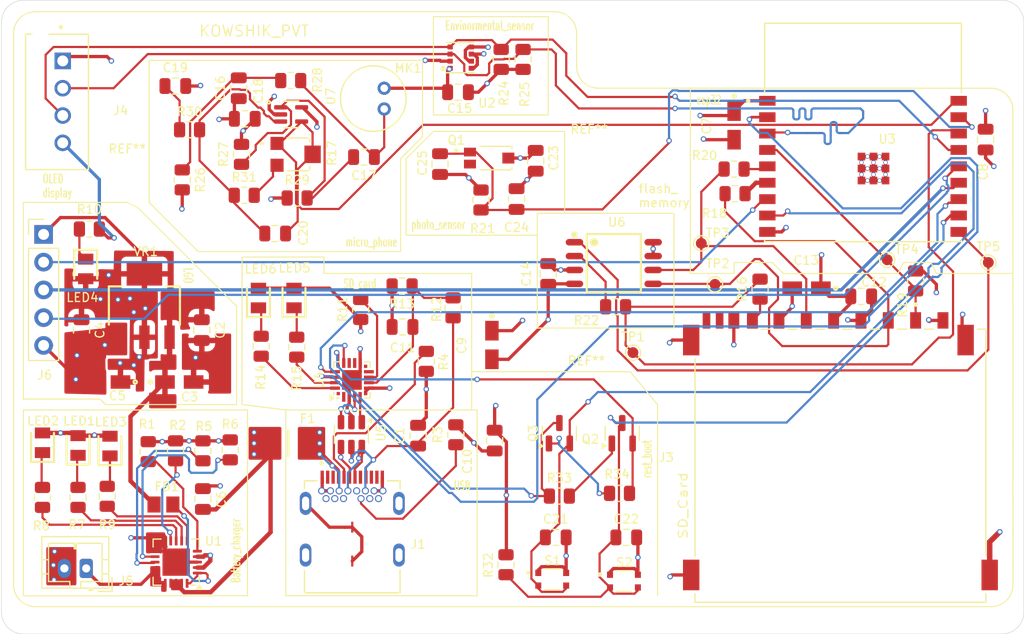
<source format=kicad_pcb>
(kicad_pcb (version 20241229) (generator "pcbnew") (generator_version "9.0")
  (layers (0 "F.Cu" signal) (4 "In1.Cu" power) (6 "In2.Cu" power) (2 "B.Cu" signal) (13 "F.Paste" user) (15 "B.Paste" user) (5 "F.SilkS" user "F.Silkscreen") (7 "B.SilkS" user "B.Silkscreen") (1 "F.Mask" user) (3 "B.Mask" user) (25 "Edge.Cuts" user))
  (net 0 "")
  (net 1 "GND")
  (net 2 "/VBUS")
  (net 3 "+5V")
  (net 4 "+3.3V")
  (net 5 "/+5V_USB")
  (net 6 "Net-(U4-VBUS)")
  (net 7 "Net-(C16-Pad2)")
  (net 8 "Net-(C17-Pad1)")
  (net 9 "Net-(U7-IN+)")
  (net 10 "Net-(C19-Pad1)")
  (net 11 "Net-(U7-IN-)")
  (net 12 "/ESP32-c3-02/MIC_OUT")
  (net 13 "/ESP32-c3-02/BOOT")
  (net 14 "/ESP32-c3-02/EN")
  (net 15 "/ESP32-c3-02/PHOTO_C")
  (net 16 "/ESP32-c3-02/SCL")
  (net 17 "/ESP32-c3-02/SDA")
  (net 18 "/ESP32-c3-02/GPIO18")
  (net 19 "/ESP32-c3-02/GPIO19")
  (net 20 "/ESP32-c3-02/GPIO8")
  (net 21 "Net-(LED1-K)")
  (net 22 "Net-(LED2-K)")
  (net 23 "Net-(LED3-K)")
  (net 24 "Net-(LED4-K)")
  (net 25 "Net-(LED5-K)")
  (net 26 "Net-(LED6-K)")
  (net 27 "/ESP32-c3-02/RTS")
  (net 28 "Net-(Q2-B)")
  (net 29 "Net-(Q3-B)")
  (net 30 "/ESP32-c3-02/DTR")
  (net 31 "Net-(U1-THERM)")
  (net 32 "Net-(U1-~{TE})")
  (net 33 "Net-(J1-CC2)")
  (net 34 "Net-(J1-CC1)")
  (net 35 "Net-(U1-PROG1)")
  (net 36 "Net-(U1-PROG3)")
  (net 37 "/Charging")
  (net 38 "/Charged")
  (net 39 "/Charging_power_good")
  (net 40 "Net-(U4-~{RST})")
  (net 41 "Net-(U4-~{TXT}{slash}GPIO.2)")
  (net 42 "Net-(U4-~{RXT}{slash}GPIO.3)")
  (net 43 "/ESP32-c3-02/MISO_DO")
  (net 44 "Net-(J3-DAT0)")
  (net 45 "/ESP32-c3-02/MOSI_DI")
  (net 46 "Net-(U3-IO7)")
  (net 47 "/ESP32-c3-02/CS_SD")
  (net 48 "Net-(U3-IO6)")
  (net 49 "/ESP32-c3-02/SCLK")
  (net 50 "Net-(U6-DO(IO1))")
  (net 51 "Net-(R17-Pad3)")
  (net 52 "/ESP32-c3-02/CS")
  (net 53 "Net-(FB1-Pad2)")
  (net 54 "/VBAT")
  (net 55 "/USB_DN")
  (net 56 "/ESP32-c3-02/USB_D+")
  (net 57 "/ESP32-c3-02/USB_D-")
  (net 58 "/USB_DP")
  (net 71 "/ESP32-c3-02/TX_RX")
  (net 72 "/ESP32-c3-02/RX_TX")
  (footprint "Resistor_SMD:R_0805_2012Metric" (layer "F.Cu") (at 140.75 109.75 90)
    (property "Reference" "R11")
    (property "Value" "1K")
  )
  (footprint "Resistor_SMD:R_0805_2012Metric" (layer "F.Cu") (at 174.9 96.9)
    (property "Reference" "R20")
    (property "Value" "50")
  )
  (footprint "Connector_JST:JST_PH_B2B-PH-K_1x02_P2.00mm_Vertical" (layer "F.Cu") (at 115.65 133.45 180)
    (property "Reference" "J5")
    (property "Value" "B2B-PH-SM4-TB")
  )
  (footprint "Resistor_SMD:R_0805_2012Metric" (layer "F.Cu") (at 124.43 97.8875 -90)
    (property "Reference" "R26")
    (property "Value" "2K")
  )
  (footprint "Footprints:SOIC127P790X216-8N" (layer "F.Cu") (at 163.9 105.5)
    (property "Reference" "U6")
    (property "Value" "W25Q32JVSSIQ")
  )
  (footprint "MountingHole:MountingHole_2.5mm" (layer "F.Cu") (at 119.75 98.5)
    (property "Reference" "REF**")
    (property "Value" "MountingHole_2.5mm")
  )
  (footprint "MountingHole:MountingHole_2.5mm" (layer "F.Cu") (at 158.4 113.45)
    (property "Reference" "REF**")
    (property "Value" "MountingHole_2.5mm")
  )
  (footprint "Capacitor_SMD:C_0805_2012Metric" (layer "F.Cu") (at 144.575 111.35 180)
    (property "Reference" "C11")
    (property "Value" "1u")
  )
  (footprint "Resistor_SMD:R_0805_2012Metric" (layer "F.Cu") (at 144.5375 107.6 180)
    (property "Reference" "R13")
    (property "Value" "47K5")
  )
  (footprint "Capacitor_SMD:C_0805_2012Metric" (layer "F.Cu") (at 149.65 89.8625 180)
    (property "Reference" "C15")
    (property "Value" "0.1u")
  )
  (footprint "Capacitor_SMD:C_0805_2012Metric" (layer "F.Cu") (at 123.8 89.3)
    (property "Reference" "C19")
    (property "Value" "10u")
  )
  (footprint "Footprints:JST_B4B-XH-AM__LF__SN_" (layer "F.Cu") (at 112.975 90.75 90)
    (property "Reference" "J4")
    (property "Value" "B4B-XH-AM")
  )
  (footprint "Resistor_SMD:R_0805_2012Metric" (layer "F.Cu") (at 131.65 113.1125 90)
    (property "Reference" "R14")
    (property "Value" "470")
  )
  (footprint "Capacitor_SMD:C_0805_2012Metric" (layer "F.Cu") (at 141.05 95.8 180)
    (property "Reference" "C17")
    (property "Value" "10n")
  )
  (footprint "TestPoint:TestPoint_Pad_D1.0mm" (layer "F.Cu") (at 188.9 105.2)
    (property "Reference" "TP4")
    (property "Value" "TEST CS_SD")
  )
  (footprint "TestPoint:TestPoint_Pad_D1.0mm" (layer "F.Cu") (at 173.15 107.45)
    (property "Reference" "TP2")
    (property "Value" "TEST MOSI")
  )
  (footprint "Resistor_SMD:R_0805_2012Metric" (layer "F.Cu") (at 164.42 126.58 180)
    (property "Reference" "R34")
    (property "Value" "10K")
  )
  (footprint "Resistor_SMD:R_0805_2012Metric" (layer "F.Cu") (at 129.85 95.55 90)
    (property "Reference" "R27")
    (property "Value" "1m")
  )
  (footprint "Footprints:TRIM_35WR100KLFTR" (layer "F.Cu") (at 134.7 95.55)
    (property "Reference" "R17")
    (property "Value" "35WR100KLFTR")
  )
  (footprint "Resistor_SMD:R_0805_2012Metric" (layer "F.Cu") (at 121.32 122.7625 -90)
    (property "Reference" "R1")
    (property "Value" "10K")
  )
  (footprint "Footprints:T491A" (layer "F.Cu") (at 174.9 92.9 -90)
    (property "Reference" "C7")
    (property "Value" "10u" (hide yes))
  )
  (footprint "Footprints:BEADC2012X105N" (layer "F.Cu") (at 122.71 127.6)
    (property "Reference" "FB1")
    (property "Value" "FBMJ2125HM330-T")
  )
  (footprint "Resistor_SMD:R_0805_2012Metric" (layer "F.Cu") (at 146.75 114.5 -90)
    (property "Reference" "R4")
    (property "Value" "5k1")
  )
  (footprint "Capacitor_SMD:C_0805_2012Metric" (layer "F.Cu") (at 186.525 108.55)
    (property "Reference" "C12")
    (property "Value" "0.1u")
  )
  (footprint "TestPoint:TestPoint_Pad_D1.0mm" (layer "F.Cu") (at 165.65 113.7)
    (property "Reference" "TP1")
    (property "Value" "TEST MISO")
  )
  (footprint "Footprints:MODULE_ESP32-C3-WROOM-02-H4" (layer "F.Cu") (at 186.69 93.55)
    (property "Reference" "U3")
    (property "Value" "ESP32-C3-WROOM-02-H4")
  )
  (footprint "Capacitor_SMD:C_0805_2012Metric" (layer "F.Cu") (at 153 121.75 90)
    (property "Reference" "C10")
    (property "Value" "0.1u")
  )
  (footprint "Resistor_SMD:R_0805_2012Metric" (layer "F.Cu") (at 130.1 99.3)
    (property "Reference" "R31")
    (property "Value" "22K")
  )
  (footprint "Capacitor_SMD:C_0805_2012Metric" (layer "F.Cu") (at 197.9 94.2 90)
    (property "Reference" "C8")
    (property "Value" "0.1u")
  )
  (footprint "Footprints:LEDC2012X120N" (layer "F.Cu") (at 115.6 106.04 -90)
    (property "Reference" "LED4")
    (property "Value" "RED D4" (hide yes))
  )
  (footprint "Resistor_SMD:R_0805_2012Metric" (layer "F.Cu") (at 177.275 107.8875 90)
    (property "Reference" "R16")
    (property "Value" "50")
  )
  (footprint "Capacitor_SMD:C_0805_2012Metric" (layer "F.Cu") (at 126.22 111.64 -90)
    (property "Reference" "C2")
    (property "Value" "0.1u")
  )
  (footprint "Resistor_SMD:R_0805_2012Metric" (layer "F.Cu") (at 154.04 133.1125 90)
    (property "Reference" "R32")
    (property "Value" "10K")
  )
  (footprint "Footprints:SOT65P210X110-5N" (layer "F.Cu") (at 134.39 91.9)
    (property "Reference" "U7")
    (property "Value" "MAX4466EXK")
  )
  (footprint "TestPoint:TestPoint_Pad_D1.0mm" (layer "F.Cu") (at 171.9 103.7)
    (property "Reference" "TP3")
    (property "Value" "TEST SCLK")
  )
  (footprint "Capacitor_SMD:C_0805_2012Metric" (layer "F.Cu") (at 146 121.3 90)
    (property "Reference" "C1")
    (property "Value" "0.1u")
  )
  (footprint "Footprints:T491A" (layer "F.Cu") (at 117.47 116.39 180)
    (property "Reference" "C5")
    (property "Value" "10u" (hide yes))
  )
  (footprint "Resistor_SMD:R_0805_2012Metric" (layer "F.Cu") (at 128.82 122.6 90)
    (property "Reference" "R6")
    (property "Value" "20k")
  )
  (footprint "Capacitor_SMD:C_0805_2012Metric" (layer "F.Cu") (at 158.59 130.6125)
    (property "Reference" "C21")
    (property "Value" "0.1u")
  )
  (footprint "Package_TO_SOT_SMD:SOT-23-6" (layer "F.Cu") (at 139.9 121.2 -90)
    (property "Reference" "U5")
    (property "Value" "USBLC6-2SC6")
  )
  (footprint "Resistor_SMD:R_0805_2012Metric" (layer "F.Cu") (at 191.5 107.1375 90)
    (property "Reference" "R19")
    (property "Value" "10K")
  )
  (footprint "Capacitor_SMD:C_0805_2012Metric" (layer "F.Cu") (at 165.04 130.6125)
    (property "Reference" "C22")
    (property "Value" "1u")
  )
  (footprint "Capacitor_SMD:C_0805_2012Metric" (layer "F.Cu") (at 148.005 96.4425 -90)
    (property "Reference" "C25")
    (property "Value" "10n")
  )
  (footprint "TestPoint:TestPoint_Pad_D1.0mm" (layer "F.Cu") (at 198.15 105.45)
    (property "Reference" "TP5")
    (property "Value" "TEST CS")
  )
  (footprint "Capacitor_SMD:C_0805_2012Metric" (layer "F.Cu") (at 115.22 111.64 -90)
    (property "Reference" "C4")
    (property "Value" "0.1u")
  )
  (footprint "Resistor_SMD:R_0805_2012Metric" (layer "F.Cu") (at 134.35 88.8 180)
    (property "Reference" "R28")
    (property "Value" "2K")
  )
  (footprint "Footprints:LEDC2012X120N" (layer "F.Cu") (at 114.9 122.2 90)
    (property "Reference" "LED1")
    (property "Value" "Red" (hide yes))
  )
  (footprint "Capacitor_SMD:C_0805_2012Metric" (layer "F.Cu") (at 155.005 99.6425 90)
    (property "Reference" "C24")
    (property "Value" "10n")
  )
  (footprint "Capacitor_SMD:C_0805_2012Metric" (layer "F.Cu") (at 132.93 102.8)
    (property "Reference" "C20")
    (property "Value" "0.1U")
  )
  (footprint "Resistor_SMD:R_0805_2012Metric" (layer "F.Cu") (at 126.32 122.6875 90)
    (property "Reference" "R5")
    (property "Value" "2k")
  )
  (footprint "Footprints:BELFUSE_SS-52400-002" (layer "F.Cu") (at 139.98 132.23)
    (property "Reference" "J1")
    (property "Value" "SS-52400-002")
  )
  (footprint "Package_DFN_QFN:QFN-20-1EP_4x4mm_P0.5mm_EP2.5x2.5mm" (layer "F.Cu") (at 123.875 132.875 180)
    (property "Reference" "U1")
    (property "Value" "MCP73871")
  )
  (footprint "Resistor_SMD:R_0805_2012Metric" (layer "F.Cu") (at 123.82 122.6875 -90)
    (property "Reference" "R2")
    (property "Value" "10k")
  )
  (footprint "Resistor_SMD:R_0805_2012Metric" (layer "F.Cu") (at 114.9 126.95 90)
    (property "Reference" "R7")
    (property "Value" "470")
  )
  (footprint "Footprints:PSON65P250X250X100-8N" (layer "F.Cu") (at 149.9 86.7 180)
    (property "Reference" "U2")
    (property "Value" "BME280")
  )
  (footprint "Capacitor_SMD:C_0805_2012Metric" (layer "F.Cu") (at 126.32 127.1 -90)
    (property "Reference" "C6")
    (property "Value" "1u")
  )
  (footprint "Resistor_SMD:R_0805_2012Metric" (layer "F.Cu") (at 151.755 99.73 90)
    (property "Reference" "R21")
    (property "Value" "10K")
  )
  (footprint "Resistor_SMD:R_0805_2012Metric" (layer "F.Cu") (at 111.65 126.95 90)
    (property "Reference" "R8")
    (property "Value" "470")
  )
  (footprint "Footprints:LEDC2012X120N" (layer "F.Cu") (at 131.4 108.7 90)
    (property "Reference" "LED6")
    (property "Value" "Green" (hide yes))
  )
  (footprint "Resistor_SMD:R_0805_2012Metric" (layer "F.Cu") (at 149.2 109.6 90)
    (property "Reference" "R12")
    (property "Value" "22K1")
  )
  (footprint "Footprints:VREG_LM1117MPX-3.3" (layer "F.Cu") (at 120.97 109.39 90)
    (property "Reference" "VR1")
    (property "Value" "LM1117MPX-3.3")
  )
  (footprint "Footprints:T491A" (layer "F.Cu") (at 124.16 116.39)
    (property "Reference" "C3")
    (property "Value" "10u" (hide yes))
  )
  (footprint "Resistor_SMD:R_0805_2012Metric" (layer "F.Cu") (at 115.9375 102.39 180)
    (property "Reference" "R10")
    (property "Value" "470")
  )
  (footprint "Footprints:CUI_CMC-5042PF-AC" (layer "F.Cu") (at 141.9 90.45)
    (property "Reference" "MK1")
    (property "Value" "CMC-5042PF-AC")
  )
  (footprint "Resistor_SMD:R_0805_2012Metric" (layer "F.Cu") (at 134.9375 99.55)
    (property "Reference" "R29")
    (property "Value" "1m")
  )
  (footprint "Capacitor_SMD:C_0805_2012Metric" (layer "F.Cu") (at 130.15 92.3 180)
    (property "Reference" "C18")
    (property "Value" "0.1u")
  )
  (footprint "MountingHole:MountingHole_2.5mm" (layer "F.Cu") (at 161.65 96.7)
    (property "Reference" "REF**")
    (property "Value" "MountingHole_2.5mm")
  )
  (footprint "Resistor_SMD:R_0805_2012Metric" (layer "F.Cu") (at 174.9875 99.15 180)
    (property "Reference" "R18")
    (property "Value" "50")
  )
  (footprint "Resistor_SMD:R_0805_2012Metric" (layer "F.Cu") (at 153.6 86.8625 90)
    (property "Reference" "R24")
    (property "Value" "4K7")
  )
  (footprint "Resistor_SMD:R_0805_2012Metric" (layer "F.Cu") (at 125.1 93.3)
    (property "Reference" "R30")
    (property "Value" "1k")
  )
  (footprint "Package_TO_SOT_SMD:SOT-23" (layer "F.Cu") (at 164.67 121.08 90)
    (property "Reference" "Q2")
    (property "Value" "BC817")
  )
  (footprint "Package_DFN_QFN:SiliconLabs_QFN-20-1EP_3x3mm_P0.5mm_EP1.8x1.8mm" (layer "F.Cu") (at 139.95 116.2 90)
    (property "Reference" "U4")
    (property "Value" "CP2102N-Axx-xQFN20")
  )
  (footprint "Package_TO_SOT_SMD:SOT-23" (layer "F.Cu") (at 158.92 121.08 90)
    (property "Reference" "Q3")
    (property "Value" "BC817")
  )
  (footprint "Resistor_SMD:R_0805_2012Metric" (layer "F.Cu") (at 134.9 113.2 90)
    (property "Reference" "R15")
    (property "Value" "470")
  )
  (footprint "Capacitor_SMD:C_0805_2012Metric" (layer "F.Cu") (at 129.6 89.5 90)
    (property "Reference" "C16")
    (property "Value" "0.1U")
  )
  (footprint "Footprints:T491A" (layer "F.Cu") (at 152.75 113 -90)
    (property "Reference" "C9")
    (property "Value" "4.7u" (hide yes))
  )
  (footprint "Connector_PinHeader_2.54mm:PinHeader_1x05_P2.54mm_Vertical" (layer "F.Cu") (at 111.75 102.88)
    (property "Reference" "J6")
    (property "Value" "Conn_01x05")
  )
  (footprint "Footprints:SW_USLPT2819DT2TR" (layer "F.Cu") (at 164.8275 134.6125)
    (property "Reference" "S2")
    (property "Value" "RESET")
  )
  (footprint "Resistor_SMD:R_0805_2012Metric" (layer "F.Cu") (at 149.45 121.22 90)
    (property "Reference" "R3")
    (property "Value" "5k1")
  )
  (footprint "Footprints:T491A" (layer "F.Cu") (at 181.525 107.8 180)
    (property "Reference" "C13")
    (property "Value" "10u" (hide yes))
  )
  (footprint "Capacitor_SMD:C_0805_2012Metric" (layer "F.Cu") (at 157.9 106.5 -90)
    (property "Reference" "C14")
    (property "Value" "0.1u")
  )
  (footprint "Footprints:AMPHENOL_GSD090012SEU" (layer "F.Cu") (at 184.625 124.05)
    (property "Reference" "J3")
    (property "Value" "GSD090012SEU")
  )
  (footprint "Resistor_SMD:R_0805_2012Metric" (layer "F.Cu") (at 155.6 86.8625 90)
    (property "Reference" "R25")
    (property "Value" "4K7")
  )
  (footprint "Footprints:FUSC3226X100N" (layer "F.Cu") (at 134.13 122 180)
    (property "Reference" "F1")
    (property "Value" "0ZCH0110AF2E" (hide yes))
  )
  (footprint "Resistor_SMD:R_0805_2012Metric" (layer "F.Cu") (at 164.0625 109.5 180)
    (property "Reference" "R22")
    (property "Value" "50")
  )
  (footprint "Footprints:LEDC2012X120N" (layer "F.Cu") (at 134.65 108.7 90)
    (property "Reference" "LED5")
    (property "Value" "Red" (hide yes))
  )
  (footprint "Resistor_SMD:R_0805_2012Metric" (layer "F.Cu") (at 158.92 126.83)
    (property "Reference" "R33")
    (property "Value" "10K")
  )
  (footprint "Footprints:LEDC2012X120N" (layer "F.Cu") (at 111.65 121.95 90)
    (property "Reference" "LED2")
    (property "Value" "Green" (hide yes))
  )
  (footprint "Capacitor_SMD:C_0805_2012Metric" (layer "F.Cu") (at 156.755 96.1425 -90)
    (property "Reference" "C23")
    (property "Value" "0.1u")
  )
  (footprint "Footprints:SW_USLPT2819DT2TR" (layer "F.Cu") (at 158.265 134.4425)
    (property "Reference" "S1")
    (property "Value" "BOOT")
  )
  (footprint "Footprints:TRANS_TEMT6000X01" (layer "F.Cu") (at 152.5 95.8925)
    (property "Reference" "Q1")
    (property "Value" "TEMT6000X01")
  )
  (footprint "Footprints:LEDC2012X120N" (layer "F.Cu") (at 117.82 122.25 90)
    (property "Reference" "LED3")
    (property "Value" "Blue" (hide yes))
  )
  (footprint "Resistor_SMD:R_0805_2012Metric" (layer "F.Cu") (at 117.57 126.85 90)
    (property "Reference" "R9")
    (property "Value" "470")
  )
  (gr_line (start 147.4 91.95) (end 157.9 91.95) (stroke (width 0.1)) (layer "F.SilkS"))
  (gr_line (start 129.9 108.45) (end 129.9 104.95) (stroke (width 0.1)) (layer "F.SilkS"))
  (gr_line (start 144.9 95.95) (end 144.9 102.95) (stroke (width 0.1)) (layer "F.SilkS"))
  (gr_arc (start 200.402652 134.952655) (mid 199.815928 136.365152) (end 198.402653 136.95) (stroke (width 0.1)) (layer "F.SilkS"))
  (gr_line (start 151.4 135.95) (end 133.9 135.95) (stroke (width 0.1)) (layer "F.SilkS"))
  (gr_line (start 117.4 118.45) (end 129.4 118.45) (stroke (width 0.1)) (layer "F.SilkS"))
  (gr_line (start 109.9 135.95) (end 109.9 120.95) (stroke (width 0.1)) (layer "F.SilkS"))
  (gr_line (start 133.9 135.45) (end 133.9 118.95) (stroke (width 0.1)) (layer "F.SilkS"))
  (gr_line (start 130.4 135.95) (end 130.4 118.95) (stroke (width 0.1)) (layer "F.SilkS"))
  (gr_line (start 109.9 135.9609) (end 130.4 135.95) (stroke (width 0.1)) (layer "F.SilkS"))
  (gr_line (start 130.4 118.95) (end 109.9 118.95) (stroke (width 0.1)) (layer "F.SilkS"))
  (gr_line (start 156.9 111.45) (end 156.9 100.95) (stroke (width 0.1)) (layer "F.SilkS"))
  (gr_line (start 160.5 84.5) (end 160.5 87.5) (stroke (width 0.1)) (layer "F.SilkS"))
  (gr_arc (start 109 84.5) (mid 109.585786 83.085786) (end 111 82.5) (stroke (width 0.1)) (layer "F.SilkS"))
  (gr_line (start 133.9 135.95) (end 133.9 135.45) (stroke (width 0.1)) (layer "F.SilkS"))
  (gr_line (start 129.4 118.45) (end 129.4 109.45) (stroke (width 0.1)) (layer "F.SilkS"))
  (gr_line (start 159.4 93.45) (end 159.4 100.95) (stroke (width 0.1)) (layer "F.SilkS"))
  (gr_line (start 129.9 108.45) (end 129.9 118.45) (stroke (width 0.1)) (layer "F.SilkS"))
  (gr_line (start 169.4 111.45) (end 156.9 111.45) (stroke (width 0.1)) (layer "F.SilkS"))
  (gr_line (start 147.4 93.45) (end 144.9 95.95) (stroke (width 0.1)) (layer "F.SilkS"))
  (gr_line (start 151.4 118.95) (end 151.4 135.95) (stroke (width 0.1)) (layer "F.SilkS"))
  (gr_arc (start 198.397036 89.5) (mid 199.812271 90.086809) (end 200.397033 91.50289) (stroke (width 0.1)) (layer "F.SilkS"))
  (gr_line (start 129.9 118.45) (end 133.9 118.95) (stroke (width 0.1)) (layer "F.SilkS"))
  (gr_line (start 116.9 117.95) (end 117.4 118.45) (stroke (width 0.1)) (layer "F.SilkS"))
  (gr_line (start 120.4 100.45) (end 119.4 99.95) (stroke (width 0.1)) (layer "F.SilkS"))
  (gr_line (start 147.4 83.45) (end 147.4 91.95) (stroke (width 0.1)) (layer "F.SilkS"))
  (gr_line (start 179.4 106.4625) (end 189.9 106.45) (stroke (width 0.1)) (layer "F.SilkS"))
  (gr_line (start 159.4 93.45) (end 147.4 93.45) (stroke (width 0.1)) (layer "F.SilkS"))
  (gr_line (start 176 89.5) (end 198.397036 89.5) (stroke (width 0.1)) (layer "F.SilkS"))
  (gr_line (start 162.5 89.5) (end 176 89.5) (stroke (width 0.1)) (layer "F.SilkS"))
  (gr_line (start 190.4 105.45) (end 192.9 105.45) (stroke (width 0.1)) (layer "F.SilkS"))
  (gr_line (start 169.4 100.95) (end 169.4 111.45) (stroke (width 0.1)) (layer "F.SilkS"))
  (gr_line (start 137.4 104.95) (end 137.4 106.45) (stroke (width 0.1)) (layer "F.SilkS"))
  (gr_line (start 109.9 120.95) (end 109.9 118.95) (stroke (width 0.1)) (layer "F.SilkS"))
  (gr_line (start 109.9 117.95) (end 116.9 117.95) (stroke (width 0.1)) (layer "F.SilkS"))
  (gr_line (start 200.397033 91.50289) (end 200.402652 134.952655) (stroke (width 0.1)) (layer "F.SilkS"))
  (gr_line (start 109.9 99.95) (end 109.9 117.95) (stroke (width 0.1)) (layer "F.SilkS"))
  (gr_line (start 146.4 93.95) (end 146.4 86.95) (stroke (width 0.1)) (layer "F.SilkS"))
  (gr_arc (start 111 136.95) (mid 109.585786 136.364214) (end 109 134.95) (stroke (width 0.1)) (layer "F.SilkS"))
  (gr_line (start 179.4 106.4625) (end 178.4 105.45) (stroke (width 0.1)) (layer "F.SilkS"))
  (gr_line (start 174.9 105.45) (end 174.9 106.45) (stroke (width 0.1)) (layer "F.SilkS"))
  (gr_line (start 192.9 105.45) (end 193.4 106.45) (stroke (width 0.1)) (layer "F.SilkS"))
  (gr_line (start 144.4 95.95) (end 146.4 93.95) (stroke (width 0.1)) (layer "F.SilkS"))
  (gr_arc (start 158.5 82.5) (mid 159.914214 83.085786) (end 160.5 84.5) (stroke (width 0.1)) (layer "F.SilkS"))
  (gr_line (start 129.4 109.45) (end 120.4 100.45) (stroke (width 0.1)) (layer "F.SilkS"))
  (gr_line (start 174.9 106.45) (end 170.9 106.45) (stroke (width 0.1)) (layer "F.SilkS"))
  (gr_line (start 147.4 82.95) (end 147.4 83.45) (stroke (width 0.1)) (layer "F.SilkS"))
  (gr_line (start 121.4 86.95) (end 121.4 99.95) (stroke (width 0.1)) (layer "F.SilkS"))
  (gr_line (start 193.4 106.45) (end 200.4 106.45) (stroke (width 0.1)) (layer "F.SilkS"))
  (gr_line (start 129.9 104.95) (end 137.4 104.95) (stroke (width 0.1)) (layer "F.SilkS"))
  (gr_line (start 109 84.5) (end 109 134.95) (stroke (width 0.1)) (layer "F.SilkS"))
  (gr_arc (start 162.5 89.5) (mid 161.085786 88.914214) (end 160.5 87.5) (stroke (width 0.1)) (layer "F.SilkS"))
  (gr_line (start 119.4 99.95) (end 109.9 99.95) (stroke (width 0.1)) (layer "F.SilkS"))
  (gr_line (start 144.9 102.95) (end 156.9 102.95) (stroke (width 0.1)) (layer "F.SilkS"))
  (gr_line (start 170.9 89.45) (end 170.9 106.45) (stroke (width 0.1)) (layer "F.SilkS"))
  (gr_line (start 167.9 135.95) (end 167.9 118.45) (stroke (width 0.1)) (layer "F.SilkS"))
  (gr_line (start 189.9 106.45) (end 190.4 105.45) (stroke (width 0.1)) (layer "F.SilkS"))
  (gr_line (start 133.9 118.95) (end 151.4 118.95) (stroke (width 0.1)) (layer "F.SilkS"))
  (gr_line (start 146.4 86.95) (end 121.4 86.95) (stroke (width 0.1)) (layer "F.SilkS"))
  (gr_line (start 144.4 104.45) (end 144.4 95.95) (stroke (width 0.1)) (layer "F.SilkS"))
  (gr_line (start 137.4 106.45) (end 150.9 106.45) (stroke (width 0.1)) (layer "F.SilkS"))
  (gr_line (start 150.9 106.45) (end 150.9 118.95) (stroke (width 0.1)) (layer "F.SilkS"))
  (gr_line (start 157.9 82.95) (end 147.4 82.95) (stroke (width 0.1)) (layer "F.SilkS"))
  (gr_line (start 156.9 100.95) (end 169.4 100.95) (stroke (width 0.1)) (layer "F.SilkS"))
  (gr_line (start 125.9 104.45) (end 144.4 104.45) (stroke (width 0.1)) (layer "F.SilkS"))
  (gr_line (start 111 136.95) (end 198.402653 136.95) (stroke (width 0.1)) (layer "F.SilkS"))
  (gr_line (start 111 82.5) (end 158.5 82.5) (stroke (width 0.1)) (layer "F.SilkS"))
  (gr_line (start 150.9 115.45) (end 165.4 115.45) (stroke (width 0.1)) (layer "F.SilkS"))
  (gr_line (start 178.4 105.45) (end 174.9 105.45) (stroke (width 0.1)) (layer "F.SilkS"))
  (gr_line (start 167.9 118.45) (end 165.4 115.45) (stroke (width 0.1)) (layer "F.SilkS"))
  (gr_line (start 157.9 91.95) (end 157.9 82.95) (stroke (width 0.1)) (layer "F.SilkS"))
  (gr_line (start 121.4 99.95) (end 125.9 104.45) (stroke (width 0.1)) (layer "F.SilkS"))
  (gr_arc (start 107.9 83.45) (mid 108.485786 82.035786) (end 109.9 81.45) (stroke (width 0.05)) (layer "Edge.Cuts"))
  (gr_arc (start 109.9 139.45) (mid 108.485786 138.864214) (end 107.9 137.45) (stroke (width 0.05)) (layer "Edge.Cuts"))
  (gr_arc (start 201.4 137.45) (mid 200.814214 138.864214) (end 199.4 139.45) (stroke (width 0.05)) (layer "Edge.Cuts"))
  (gr_line (start 199.4 139.45) (end 109.9 139.45) (stroke (width 0.05)) (layer "Edge.Cuts"))
  (gr_arc (start 199.4 81.45) (mid 200.814214 82.035786) (end 201.4 83.45) (stroke (width 0.05)) (layer "Edge.Cuts"))
  (gr_line (start 201.4 83.45) (end 201.4 137.45) (stroke (width 0.05)) (layer "Edge.Cuts"))
  (gr_line (start 109.9 81.45) (end 199.4 81.45) (stroke (width 0.05)) (layer "Edge.Cuts"))
  (gr_line (start 107.9 137.45) (end 107.9 83.45) (stroke (width 0.05)) (layer "Edge.Cuts"))
  (gr_text "USB" (at 149.2 126.35 0) (layer "F.SilkS") (effects (font (size 0.8 0.5) (thickness 0.12)) (justify left bottom)))
  (gr_text "micro_phone" (at 139.3 104.05 0) (layer "F.SilkS") (effects (font (size 0.8 0.5) (thickness 0.12)) (justify left bottom)))
  (gr_text "photo_sensor" (at 145.3 102.45 0) (layer "F.SilkS") (effects (font (size 0.8 0.5) (thickness 0.12)) (justify left bottom)))
  (gr_text "flash_\nmemory" (at 166.1 100.45 0) (layer "F.SilkS") (effects (font (size 0.8 0.8) (thickness 0.12)) (justify left bottom)))
  (gr_text "SD_Card" (at 170.7 130.85 90) (layer "F.SilkS") (effects (font (size 0.8 1) (thickness 0.12)) (justify left bottom)))
  (gr_text "Envinormental_sensor" (at 148.4 84.25 0) (layer "F.SilkS") (effects (font (size 0.8 0.5) (thickness 0.12)) (justify left bottom)))
  (gr_text "esp32" (at 171.4 91.05 0) (layer "F.SilkS") (effects (font (size 0.8 0.5) (thickness 0.12)) (justify left bottom)))
  (gr_text "SD_card" (at 139.1 107.85 0) (layer "F.SilkS") (effects (font (size 0.8 0.5) (thickness 0.12)) (justify left bottom)))
  (gr_text "rest_boot" (at 167.4 125.25 90) (layer "F.SilkS") (effects (font (size 0.8 0.5) (thickness 0.12)) (justify left bottom)))
  (gr_text "LGO" (at 124.5 105.85 270) (layer "F.SilkS") (effects (font (size 0.8 0.5) (thickness 0.12)) (justify left bottom)))
  (gr_text "OLED\ndisplay" (at 111.6 99.55 0) (layer "F.SilkS") (effects (font (size 0.8 0.5) (thickness 0.12)) (justify left bottom)))
  (gr_text "KOWSHIK_PVT" (at 125.9 84.85 0) (layer "F.SilkS") (effects (font (size 1 1) (thickness 0.12)) (justify left bottom)))
  (gr_text "Battery_charger" (at 129.8 134.85 90) (layer "F.SilkS") (effects (font (size 0.8 0.5) (thickness 0.12)) (justify left bottom)))
  (segment (start 115.1 116.39) (end 116.16 116.39) (width 0.3) (layer "F.Cu") (net 1))
  (segment (start 137.18 126.35) (end 137.23 126.3) (width 0.3) (layer "F.Cu") (net 1))
  (segment (start 132.384 90.716) (end 132.384 91.439582) (width 0.3) (layer "F.Cu") (net 1))
  (segment (start 163.864954 133.4615) (end 165.790046 133.4615) (width 0.3) (layer "F.Cu") (net 1))
  (segment (start 146 120.35) (end 146.75 119.6) (width 0.3) (layer "F.Cu") (net 1))
  (segment (start 192.75 110.75) (end 192.7 110.7) (width 0.5) (layer "F.Cu") (net 1))
  (segment (start 148.7 87.905) (end 148.8525 87.7525) (width 0.3) (layer "F.Cu") (net 1))
  (segment (start 197.9 93.25) (end 197.9 91.55) (width 0.3) (layer "F.Cu") (net 1))
  (segment (start 129.2 92.3) (end 127.85 92.3) (width 0.3) (layer "F.Cu") (net 1))
  (segment (start 123.745 121.85) (end 123.82 121.775) (width 0.3) (layer "F.Cu") (net 1))
  (segment (start 132.85 90.25) (end 132.384 90.716) (width 0.3) (layer "F.Cu") (net 1))
  (segment (start 139.512042 119.065776) (end 139.512042 118.57889) (width 0.3) (layer "F.Cu") (net 1))
  (segment (start 163.5525 134.0325) (end 163.5525 133.773954) (width 0.3) (layer "F.Cu") (net 1))
  (segment (start 195.8 110.2) (end 195.75 110.25) (width 0.3) (layer "F.Cu") (net 1))
  (segment (start 121.85 130.65) (end 123.875 132.675) (width 0.3) (layer "F.Cu") (net 1))
  (segment (start 152.75 114.31) (end 154.269232 114.31) (width 0.3) (layer "F.Cu") (net 1))
  (segment (start 186.55 95.75) (end 186.55 96.85) (width 0.3) (layer "F.Cu") (net 1))
  (segment (start 118.2 103.2) (end 117.66 103.2) (width 0.3) (layer "F.Cu") (net 1))
  (segment (start 166.1025 130.725) (end 165.99 130.6125) (width 0.3) (layer "F.Cu") (net 1))
  (segment (start 140.7 114.65) (end 140.7 115.45) (width 0.3) (layer "F.Cu") (net 1))
  (segment (start 156.99 133.8625) (end 156.99 133.603954) (width 0.3) (layer "F.Cu") (net 1))
  (segment (start 151.8425 122.7) (end 151.09625 121.95375) (width 0.3) (layer "F.Cu") (net 1))
  (segment (start 163.5525 133.773954) (end 163.864954 133.4615) (width 0.3) (layer "F.Cu") (net 1))
  (segment (start 126.05 89.3) (end 126.1 89.25) (width 0.3) (layer "F.Cu") (net 1))
  (segment (start 142.78 126.35) (end 142.73 126.3) (width 0.3) (layer "F.Cu") (net 1))
  (segment (start 141.98 126.35) (end 142.78 126.35) (width 0.3) (layer "F.Cu") (net 1))
  (segment (start 139.512042 118.57889) (end 139.7 118.390932) (width 0.3) (layer "F.Cu") (net 1))
  (segment (start 139.7 117.75) (end 139.7 116.45) (width 0.3) (layer "F.Cu") (net 1))
  (segment (start 143.625 107.6) (end 143.625 109.4) (width 0.3) (layer "F.Cu") (net 1))
  (segment (start 129.2 92.3) (end 129.2 90.85) (width 0.3) (layer "F.Cu") (net 1))
  (segment (start 155.005 98.6925) (end 155.155 98.6925) (width 0.3) (layer "F.Cu") (net 1))
  (segment (start 153 122.7) (end 151.8425 122.7) (width 0.3) (layer "F.Cu") (net 1))
  (segment (start 132.384 91.439582) (end 132.844418 91.9) (width 0.3) (layer "F.Cu") (net 1))
  (segment (start 137.98 126.35) (end 137.404702 126.35) (width 0.3) (layer "F.Cu") (net 1))
  (segment (start 177.94 102.65) (end 179.25 102.65) (width 0.3) (layer "F.Cu") (net 1))
  (segment (start 170.975 134.05) (end 169.2 134.05) (width 0.3) (layer "F.Cu") (net 1))
  (segment (start 166.1025 134.0325) (end 166.1025 132.45) (width 0.3) (layer "F.Cu") (net 1))
  (segment (start 128.7325 121.775) (end 128.82 121.6875) (width 0.3) (layer "F.Cu") (net 1))
  (segment (start 187.65 96.85) (end 187.65 95.75) (width 0.3) (layer "F.Cu") (net 1))
  (segment (start 150.64375 97.70625) (end 151.755 98.8175) (width 0.3) (layer "F.Cu") (net 1))
  (segment (start 140.85 130.55) (end 140.85 131.91) (width 0.3) (layer "F.Cu") (net 1))
  (segment (start 139.7 118.390932) (end 139.7 117.75) (width 0.3) (layer "F.Cu") (net 1))
  (segment (start 132.844418 91.9) (end 133.43 91.9) (width 0.3) (layer "F.Cu") (net 1))
  (segment (start 148.8525 87.7525) (end 148.93 87.675) (width 0.3) (layer "F.Cu") (net 1))
  (segment (start 111.75 113.04) (end 115.1 116.39) (width 0.3) (layer "F.Cu") (net 1))
  (segment (start 140.7 115.45) (end 139.95 116.2) (width 0.3) (layer "F.Cu") (net 1))
  (segment (start 155.97375 97.87375) (end 156.755 97.0925) (width 0.3) (layer "F.Cu") (net 1))
  (segment (start 187.475 109.775) (end 186.5 110.75) (width 0.3) (layer "F.Cu") (net 1))
  (segment (start 174.9 110.775) (end 174.875 110.75) (width 0.3) (layer "F.Cu") (net 1))
  (segment (start 140.85 131.91) (end 139.98 132.78) (width 0.3) (layer "F.Cu") (net 1))
  (segment (start 151.09625 121.95375) (end 149.45 120.3075) (width 0.3) (layer "F.Cu") (net 1))
  (segment (start 137.89 129.68) (end 139.314702 129.68) (width 0.3) (layer "F.Cu") (net 1))
  (segment (start 187.65 95.75) (end 186.55 95.75) (width 0.3) (layer "F.Cu") (net 1))
  (segment (start 186.5 110.75) (end 185.35 110.75) (width 0.3) (layer "F.Cu") (net 1))
  (segment (start 119.75 130.65) (end 121.85 130.65) (width 0.3) (layer "F.Cu") (net 1))
  (segment (start 121.32 121.85) (end 122.6 121.85) (width 0.3) (layer "F.Cu") (net 1))
  (segment (start 148.7 89.8625) (end 148.7 87.905) (width 0.3) (layer "F.Cu") (net 1))
  (segment (start 150.324 86.693288) (end 150.324 86.026) (width 0.3) (layer "F.Cu") (net 1))
  (segment (start 123.875 132.675) (end 123.875 132.875) (width 0.3) (layer "F.Cu") (net 1))
  (segment (start 121.9375 131.875) (end 122.875 131.875) (width 0.3) (layer "F.Cu") (net 1))
  (segment (start 180.215 107.8) (end 180.215 109.45) (width 0.3) (layer "F.Cu") (net 1))
  (segment (start 160.3 107.405) (end 157.945 107.405) (width 0.3) (layer "F.Cu") (net 1))
  (segment (start 139.9 119.453734) (end 139.512042 119.065776) (width 0.3) (layer "F.Cu") (net 1))
  (segment (start 139.98 129.68) (end 140.85 130.55) (width 0.3) (layer "F.Cu") (net 1))
  (segment (start 172.16 94.21) (end 172.1 94.15) (width 0.3) (layer "F.Cu") (net 1))
  (segment (start 150.87 87.025) (end 150.655712 87.025) (width 0.3) (layer "F.Cu") (net 1))
  (segment (start 188.75 97.95) (end 188.75 96.85) (width 0.3) (layer "F.Cu") (net 1))
  (segment (start 117.66 103.2) (end 116.85 102.39) (width 0.3) (layer "F.Cu") (net 1))
  (segment (start 140.7 113.35) (end 140.7 114.65) (width 0.3) (layer "F.Cu") (net 1))
  (segment (start 139.9 120.0625) (end 139.9 119.453734) (width 0.3) (layer "F.Cu") (net 1))
  (segment (start 124.75 89.3) (end 126.05 89.3) (width 0.3) (layer "F.Cu") (net 1))
  (segment (start 170.975 112.55) (end 169.25 112.55) (width 0.3) (layer "F.Cu") (net 1))
  (segment (start 126.32 121.775) (end 127.75 121.775) (width 0.3) (layer "F.Cu") (net 1))
  (segment (start 127.9 125.9) (end 126.57 125.9) (width 0.3) (layer "F.Cu") (net 1))
  (segment (start 186.55 96.85) (end 186.55 97.95) (width 0.3) (layer "F.Cu") (net 1))
  (segment (start 146.75 119.6) (end 146.75 115.4125) (width 0.3) (layer "F.Cu") (net 1))
  (segment (start 194 110.75) (end 192.75 110.75) (width 0.3) (layer "F.Cu") (net 1))
  (segment (start 143.625 109.4) (end 143.625 111.35) (width 0.3) (layer "F.Cu") (net 1))
  (segment (start 137.23 126.3) (end 137.23 125.1) (width 0.3) (layer "F.Cu") (net 1))
  (segment (start 186.55 97.95) (end 187.65 97.95) (width 0.3) (layer "F.Cu") (net 1))
  (segment (start 135.71 127.5) (end 137.89 129.68) (width 0.3) (layer "F.Cu") (net 1))
  (segment (start 142.73 126.3) (end 142.73 125.1) (width 0.3) (layer "F.Cu") (net 1))
  (segment (start 188.75 96.85) (end 186.55 96.85) (width 0.3) (layer "F.Cu") (net 1))
  (segment (start 159.54 133.603954) (end 159.54 133.8625) (width 0.3) (layer "F.Cu") (net 1))
  (segment (start 159.227546 133.2915) (end 159.54 133.603954) (width 0.3) (layer "F.Cu") (net 1))
  (segment (start 146.75 115.4125) (end 146.75 117.05) (width 0.3) (layer "F.Cu") (net 1))
  (segment (start 188.75 95.75) (end 187.65 95.75) (width 0.3) (layer "F.Cu") (net 1))
  (segment (start 166.1025 133.773954) (end 166.1025 134.0325) (width 0.3) (layer "F.Cu") (net 1))
  (segment (start 157.9 110.679232) (end 157.9 107.45) (width 0.3) (layer "F.Cu") (net 1))
  (segment (start 169.25 112.55) (end 169 112.8) (width 0.3) (layer "F.Cu") (net 1))
  (segment (start 174.875 112.975) (end 174.875 110.75) (width 0.3) (layer "F.Cu") (net 1))
  (segment (start 174.9 94.21) (end 172.16 94.21) (width 0.3) (layer "F.Cu") (net 1))
  (segment (start 150.33 97.3925) (end 150.64375 97.70625) (width 0.3) (layer "F.Cu") (net 1))
  (segment (start 139.314702 129.68) (end 139.98 129.68) (width 0.3) (layer "F.Cu") (net 1))
  (segment (start 123.82 121.775) (end 125.05 121.775) (width 0.3) (layer "F.Cu") (net 1))
  (segment (start 125.05 121.775) (end 126.32 121.775) (width 0.3) (layer "F.Cu") (net 1))
  (segment (start 166.1025 132.45) (end 166.1025 130.725) (width 0.3) (layer "F.Cu") (net 1))
  (segment (start 159.54 132.3) (end 159.54 130.6125) (width 0.3) (layer "F.Cu") (net 1))
  (segment (start 187.475 108.55) (end 187.475 109.775) (width 0.3) (layer "F.Cu") (net 1))
  (segment (start 185.35 110.75) (end 185.3 110.7) (width 0.3) (layer "F.Cu") (net 1))
  (segment (start 139.7 116.45) (end 139.95 116.2) (width 0.3) (layer "F.Cu") (net 1))
  (segment (start 155.155 98.6925) (end 155.97375 97.87375) (width 0.3) (layer "F.Cu") (net 1))
  (segment (start 126.57 125.9) (end 126.32 126.15) (width 0.3) (layer "F.Cu") (net 1))
  (segment (start 157.302454 133.2915) (end 159.227546 133.2915) (width 0.3) (layer "F.Cu") (net 1))
  (segment (start 154.269232 114.31) (end 157.9 110.679232) (width 0.3) (layer "F.Cu") (net 1))
  (segment (start 150.87 85.725) (end 152.375 85.725) (width 0.3) (layer "F.Cu") (net 1))
  (segment (start 195.75 110.25) (end 195.75 112.5) (width 0.3) (layer "F.Cu") (net 1))
  (segment (start 156.99 133.603954) (end 157.302454 133.2915) (width 0.3) (layer "F.Cu") (net 1))
  (segment (start 134.025 99.55) (end 132.65 99.55) (width 0.3) (layer "F.Cu") (net 1))
  (segment (start 157.945 107.405) (end 157.9 107.45) (width 0.3) (layer "F.Cu") (net 1))
  (segment (start 179.65 102.25) (end 179.35 102.55) (width 0.3) (layer "F.Cu") (net 1))
  (segment (start 198.275 134.05) (end 198.275 131.025) (width 0.5) (layer "F.Cu") (net 1))
  (segment (start 152.4 85.75) (end 152.375 85.725) (width 0.3) (layer "F.Cu") (net 1))
  (segment (start 122.875 131.875) (end 123.875 132.875) (width 0.3) (layer "F.Cu") (net 1))
  (segment (start 148.3375 89.5) (end 148.7 89.8625) (width 0.25) (layer "F.Cu") (net 1))
  (segment (start 127.85 92.3) (end 127.8 92.35) (width 0.3) (layer "F.Cu") (net 1))
  (segment (start 180.215 109.45) (end 180.215 109.535) (width 0.3) (layer "F.Cu") (net 1))
  (segment (start 150.625 85.725) (end 150.87 85.725) (width 0.3) (layer "F.Cu") (net 1))
  (segment (start 122.6 121.85) (end 123.745 121.85) (width 0.3) (layer "F.Cu") (net 1))
  (segment (start 142.9 89.5) (end 148.3375 89.5) (width 0.3) (layer "F.Cu") (net 1))
  (segment (start 169.2 134.05) (end 169.05 134.2) (width 0.3) (layer "F.Cu") (net 1))
  (segment (start 150.655712 87.025) (end 150.324 86.693288) (width 0.3) (layer "F.Cu") (net 1))
  (segment (start 165.790046 133.4615) (end 166.1025 133.773954) (width 0.3) (layer "F.Cu") (net 1))
  (segment (start 188.75 96.85) (end 188.75 95.75) (width 0.3) (layer "F.Cu") (net 1))
  (segment (start 187.65 97.95) (end 188.75 97.95) (width 0.3) (layer "F.Cu") (net 1))
  (segment (start 180.215 109.535) (end 179 110.75) (width 0.3) (layer "F.Cu") (net 1))
  (segment (start 125.8125 132.875) (end 123.875 132.875) (width 0.3) (layer "F.Cu") (net 1))
  (segment (start 129.2 90.85) (end 129.6 90.45) (width 0.3) (layer "F.Cu") (net 1))
  (segment (start 148.005 97.3925) (end 150.33 97.3925) (width 0.3) (layer "F.Cu") (net 1))
  (segment (start 187.65 97.95) (end 187.65 96.85) (width 0.3) (layer "F.Cu") (net 1))
  (segment (start 150.324 86.026) (end 150.625 85.725) (width 0.3) (layer "F.Cu") (net 1))
  (segment (start 159.54 133.8625) (end 159.54 132.3) (width 0.3) (layer "F.Cu") (net 1))
  (segment (start 127.75 121.775) (end 128.7325 121.775) (width 0.3) (layer "F.Cu") (net 1))
  (segment (start 137.98 126.35) (end 137.18 126.35) (width 0.3) (layer "F.Cu") (net 1))
  (segment (start 198.275 131.025) (end 199.2 130.1) (width 0.5) (layer "F.Cu") (net 1))
  (segment (start 179.25 102.65) (end 179.65 102.25) (width 0.3) (layer "F.Cu") (net 1))
  (segment (start 132.65 99.55) (end 132.55 99.65) (width 0.3) (layer "F.Cu") (net 1))
  (via (at 180.215 109.45) (size 0.5) (drill 0.3) (layers "F.Cu" "B.Cu") (net 1))
  (via (at 140.7 113.35) (size 0.5) (drill 0.3) (layers "F.Cu" "B.Cu") (net 1))
  (via (at 112.65 133.15) (size 0.5) (drill 0.3) (layers "F.Cu" "B.Cu") (net 1))
  (via (at 148.8525 87.7525) (size 0.5) (drill 0.3) (layers "F.Cu" "B.Cu") (net 1))
  (via (at 179.65 102.25) (size 0.5) (drill 0.3) (layers "F.Cu" "B.Cu") (net 1))
  (via (at 132.55 99.65) (size 0.5) (drill 0.3) (layers "F.Cu" "B.Cu") (net 1))
  (via (at 122.6 121.85) (size 0.5) (drill 0.3) (layers "F.Cu" "B.Cu") (net 1))
  (via (at 146.75 117.05) (size 0.5) (drill 0.3) (layers "F.Cu" "B.Cu") (net 1))
  (via (at 195.8 110.2) (size 0.5) (drill 0.3) (layers "F.Cu" "B.Cu") (net 1))
  (via (at 199.2 130.1) (size 0.5) (drill 0.3) (layers "F.Cu" "B.Cu") (net 1))
  (via (at 139.512042 119.065776) (size 0.5) (drill 0.3) (layers "F.Cu" "B.Cu") (net 1))
  (via (at 117.35 113) (size 0.5) (drill 0.3) (layers "F.Cu" "B.Cu") (net 1))
  (via (at 118.2 103.2) (size 0.5) (drill 0.3) (layers "F.Cu" "B.Cu") (net 1))
  (via (at 119.75 130.65) (size 0.5) (drill 0.3) (layers "F.Cu" "B.Cu") (net 1))
  (via (at 155.97375 97.87375) (size 0.5) (drill 0.3) (layers "F.Cu" "B.Cu") (net 1))
  (via (at 112.7 134.5) (size 0.5) (drill 0.3) (layers "F.Cu" "B.Cu") (net 1))
  (via (at 127.75 121.775) (size 0.5) (drill 0.3) (layers "F.Cu" "B.Cu") (net 1))
  (via (at 185.3 110.7) (size 0.5) (drill 0.3) (layers "F.Cu" "B.Cu") (net 1))
  (via (at 197.9 91.55) (size 0.5) (drill 0.3) (layers "F.Cu" "B.Cu") (net 1))
  (via (at 112.75 131.9) (size 0.5) (drill 0.3) (layers "F.Cu" "B.Cu") (net 1))
  (via (at 166.1025 132.45) (size 0.5) (drill 0.3) (layers "F.Cu" "B.Cu") (net 1))
  (via (at 151.09625 121.95375) (size 0.5) (drill 0.3) (layers "F.Cu" "B.Cu") (net 1))
  (via (at 159.54 132.3) (size 0.5) (drill 0.3) (layers "F.Cu" "B.Cu") (net 1))
  (via (at 143.625 109.4) (size 0.5) (drill 0.3) (layers "F.Cu" "B.Cu") (net 1))
  (via (at 157.9 110.679232) (size 0.5) (drill 0.3) (layers "F.Cu" "B.Cu") (net 1))
  (via (at 125.05 121.775) (size 0.5) (drill 0.3) (layers "F.Cu" "B.Cu") (net 1))
  (via (at 114.7 116.15) (size 0.5) (drill 0.3) (layers "F.Cu" "B.Cu") (net 1))
  (via (at 169.05 134.2) (size 0.5) (drill 0.3) (layers "F.Cu" "B.Cu") (net 1))
  (via (at 114.8 113.95) (size 0.5) (drill 0.3) (layers "F.Cu" "B.Cu") (net 1))
  (via (at 150.64375 97.70625) (size 0.5) (drill 0.3) (layers "F.Cu" "B.Cu") (net 1))
  (via (at 125.65 114.15) (size 0.5) (drill 0.3) (layers "F.Cu" "B.Cu") (net 1))
  (via (at 127.8 92.35) (size 0.5) (drill 0.3) (layers "F.Cu" "B.Cu") (net 1))
  (via (at 152.4 85.75) (size 0.5) (drill 0.3) (layers "F.Cu" "B.Cu") (net 1))
  (via (at 127.9 125.9) (size 0.5) (drill 0.3) (layers "F.Cu" "B.Cu") (net 1))
  (via (at 126.1 89.25) (size 0.5) (drill 0.3) (layers "F.Cu" "B.Cu") (net 1))
  (via (at 172.1 94.15) (size 0.5) (drill 0.3) (layers "F.Cu" "B.Cu") (net 1))
  (via (at 132.85 90.25) (size 0.5) (drill 0.3) (layers "F.Cu" "B.Cu") (net 1))
  (via (at 174.875 112.975) (size 0.5) (drill 0.3) (layers "F.Cu" "B.Cu") (net 1))
  (via (at 192.7 110.7) (size 0.5) (drill 0.3) (layers "F.Cu" "B.Cu") (net 1))
  (via (at 169 112.8) (size 0.5) (drill 0.3) (layers "F.Cu" "B.Cu") (net 1))
  (segment (start 118.2 103.2) (end 116.85 101.85) (width 0.3) (layer "B.Cu") (net 1))
  (segment (start 112.49 113.04) (end 111.75 113.04) (width 0.3) (layer "B.Cu") (net 1))
  (segment (start 116.85 97.85) (end 113.5 94.5) (width 0.3) (layer "B.Cu") (net 1))
  (segment (start 116.85 101.85) (end 116.85 97.85) (width 0.3) (layer "B.Cu") (net 1))
  (segment (start 138.73 125.1) (end 138.73 124.416952) (width 0.2) (layer "F.Cu") (net 2))
  (segment (start 143.18 122.25) (end 146 122.25) (width 0.2) (layer "F.Cu") (net 2))
  (segment (start 149.2 110.5125) (end 149.2 118.73187) (width 0.2) (layer "F.Cu") (net 2))
  (segment (start 141.23 125.1) (end 141.23 124.2) (width 0.2) (layer "F.Cu") (net 2))
  (segment (start 141.23 124.2) (end 141.915 123.515) (width 0.2) (layer "F.Cu") (net 2))
  (segment (start 139.9 121.912322) (end 139.9 122.3375) (width 0.2) (layer "F.Cu") (net 2))
  (segment (start 136.75 121) (end 135.75 122) (width 0.3) (layer "F.Cu") (net 2))
  (segment (start 139.9 122.3375) (end 139.9 123.6) (width 0.2) (layer "F.Cu") (net 2))
  (segment (start 149.2 118.73187) (end 146 121.93187) (width 0.2) (layer "F.Cu") (net 2))
  (segment (start 138.73 124.416952) (end 137.313048 123) (width 0.2) (layer "F.Cu") (net 2))
  (segment (start 137 121) (end 136.75 121) (width 0.3) (layer "F.Cu") (net 2))
  (segment (start 141.915 123.515) (end 143.18 122.25) (width 0.2) (layer "F.Cu") (net 2))
  (segment (start 146 121.93187) (end 146 122.25) (width 0.2) (layer "F.Cu") (net 2))
  (segment (start 137.313048 123) (end 137 123) (width 0.2) (layer "F.Cu") (net 2))
  (via (at 139.9 123.6) (size 0.5) (drill 0.3) (layers "F.Cu" "B.Cu") (net 2))
  (via (at 137 121) (size 0.5) (drill 0.3) (layers "F.Cu" "B.Cu") (net 2))
  (via (at 137 122) (size 0.5) (drill 0.3) (layers "F.Cu" "B.Cu") (net 2))
  (via (at 137 123) (size 0.5) (drill 0.3) (layers "F.Cu" "B.Cu") (net 2))
  (via (at 138.15233 124.050001) (size 0.5) (drill 0.3) (layers "F.Cu" "B.Cu") (net 2))
  (via (at 141.915 123.515) (size 0.5) (drill 0.3) (layers "F.Cu" "B.Cu") (net 2))
  (segment (start 140.017228 123.139995) (end 140.017228 123.282829) (width 0.2) (layer "B.Cu") (net 2))
  (segment (start 141.098943 122.699) (end 140.601057 122.699) (width 0.2) (layer "B.Cu") (net 2))
  (segment (start 140.339996 122.817227) (end 140.017228 123.139995) (width 0.2) (layer "B.Cu") (net 2))
  (segment (start 138.050001 124.050001) (end 137 123) (width 0.2) (layer "B.Cu") (net 2))
  (segment (start 140.48283 122.817227) (end 140.339996 122.817227) (width 0.2) (layer "B.Cu") (net 2))
  (segment (start 140.601057 122.699) (end 140.48283 122.817227) (width 0.2) (layer "B.Cu") (net 2))
  (segment (start 141.451057 123.051057) (end 141.451 123.051057) (width 0.2) (layer "B.Cu") (net 2))
  (segment (start 138.78 124.677671) (end 138.78 126.35) (width 0.2) (layer "B.Cu") (net 2))
  (segment (start 141.18 124.25) (end 141.18 126.35) (width 0.2) (layer "B.Cu") (net 2))
  (segment (start 140.017228 123.282829) (end 139.9 123.400057) (width 0.2) (layer "B.Cu") (net 2))
  (segment (start 139.9 123.400057) (end 139.9 123.6) (width 0.2) (layer "B.Cu") (net 2))
  (segment (start 138.15233 124.050001) (end 138.78 124.677671) (width 0.2) (layer "B.Cu") (net 2))
  (segment (start 138.15233 124.050001) (end 138.050001 124.050001) (width 0.2) (layer "B.Cu") (net 2))
  (segment (start 141.451 123.051057) (end 141.098943 122.699) (width 0.2) (layer "B.Cu") (net 2))
  (segment (start 141.915 123.515) (end 141.451057 123.051057) (width 0.2) (layer "B.Cu") (net 2))
  (segment (start 141.915 123.515) (end 141.18 124.25) (width 0.2) (layer "B.Cu") (net 2))
  (segment (start 119.7 119.54) (end 119.7 125.45) (width 0.4) (layer "F.Cu") (net 3))
  (segment (start 122.85 116.39) (end 119.7 119.54) (width 0.4) (layer "F.Cu") (net 3))
  (segment (start 119.7 125.45) (end 121.85 127.6) (width 0.4) (layer "F.Cu") (net 3))
  (segment (start 124.43 100.52) (end 124.4 100.55) (width 0.3) (layer "F.Cu") (net 4))
  (segment (start 192.175 106.225) (end 191.5 106.225) (width 0.3) (layer "F.Cu") (net 4))
  (segment (start 167.5 104.2) (end 167.5 103.595) (width 0.3) (layer "F.Cu") (net 4))
  (segment (start 151.416 86.706712) (end 151.084288 86.375) (width 0.3) (layer "F.Cu") (net 4))
  (segment (start 111.75 102.88) (end 113.291 101.339) (width 0.3) (layer "F.Cu") (net 4))
  (segment (start 174.49 92) (end 171.8 92) (width 0.3) (layer "F.Cu") (net 4))
  (segment (start 156.055 95.8925) (end 156.755 95.1925) (width 0.3) (layer "F.Cu") (net 4))
  (segment (start 155.55 110.75) (end 154.61 111.69) (width 0.3) (layer "F.Cu") (net 4))
  (segment (start 197.9 95.9) (end 198.65 96.65) (width 0.3) (layer "F.Cu") (net 4))
  (segment (start 155.6 87.775) (end 153.6 87.775) (width 0.3) (layer "F.Cu") (net 4))
  (segment (start 152.3125 89.0625) (end 153.6 87.775) (width 0.3) (layer "F.Cu") (net 4))
  (segment (start 154.076 121.876) (end 153 120.8) (width 0.3) (layer "F.Cu") (net 4))
  (segment (start 136.75 92.572996) (end 136.75 93.05) (width 0.3) (layer "F.Cu") (net 4))
  (segment (start 151.975 86.375) (end 152 86.35) (width 0.3) (layer "F.Cu") (net 4))
  (segment (start 185.575 108.55) (end 185.575 109.175) (width 0.3) (layer "F.Cu") (net 4))
  (segment (start 120.97 104.94063) (end 120.97 106.49) (width 0.3) (layer "F.Cu") (net 4))
  (segment (start 134.65 107.8) (end 137.8875 107.8) (width 0.3) (layer "F.Cu") (net 4))
  (segment (start 141.5 116.95) (end 143.4 116.95) (width 0.3) (layer "F.Cu") (net 4))
  (segment (start 185.575 108.55) (end 183.585 108.55) (width 0.3) (layer "F.Cu") (net 4))
  (segment (start 158.485 106.135) (end 157.9 105.55) (width 0.3) (layer "F.Cu") (net 4))
  (segment (start 174.9 91.59) (end 174.49 92) (width 0.3) (layer "F.Cu") (net 4))
  (segment (start 154.076 126.75) (end 154.076 121.876) (width 0.3) (layer "F.Cu") (net 4))
  (segment (start 148.075 87.025) (end 148.93 87.025) (width 0.3) (layer "F.Cu") (net 4))
  (segment (start 151.416 87.343288) (end 151.416 86.706712) (width 0.3) (layer "F.Cu") (net 4))
  (segment (start 131.1 92.3) (end 130 93.4) (width 0.3) (layer "F.Cu") (net 4))
  (segment (start 117.55 86.6) (end 113.9 86.6) (width 0.3) (layer "F.Cu") (net 4))
  (segment (start 146.65 86.95) (end 148 86.95) (width 0.3) (layer "F.Cu") (net 4))
  (segment (start 141.2 117.25) (end 141.5 116.95) (width 0.3) (layer "F.Cu") (net 4))
  (segment (start 124.43 98.8) (end 124.43 100.52) (width 0.3) (layer "F.Cu") (net 4))
  (segment (start 167.5 104.865) (end 167.5 104.2) (width 0.3) (layer "F.Cu") (net 4))
  (segment (start 155.35 95.8925) (end 156.055 95.8925) (width 0.3) (layer "F.Cu") (net 4))
  (segment (start 141.2 117.45) (end 141.2 117.25) (width 0.3) (layer "F.Cu") (net 4))
  (segment (start 140.75 110.6625) (end 140.75 111.75) (width 0.3) (layer "F.Cu") (net 4))
  (segment (start 113.9 86.6) (end 113.5 87) (width 0.3) (layer "F.Cu") (net 4))
  (segment (start 113.291 101.339) (end 117.36837 101.339) (width 0.3) (layer "F.Cu") (net 4))
  (segment (start 117.36837 101.339) (end 120.97 104.94063) (width 0.3) (layer "F.Cu") (net 4))
  (segment (start 154.04 132.2) (end 154.076 132.164) (width 0.3) (layer "F.Cu") (net 4))
  (segment (start 174.9 91.59) (end 175.84 90.65) (width 0.3) (layer "F.Cu") (net 4))
  (segment (start 151.084288 87.675) (end 151.416 87.343288) (width 0.3) (layer "F.Cu") (net 4))
  (segment (start 151.5125 89.8625) (end 152.3125 89.0625) (width 0.3) (layer "F.Cu") (net 4))
  (segment (start 117.95 87) (end 117.55 86.6) (width 0.3) (layer "F.Cu") (net 4))
  (segment (start 160.3 106.135) (end 159.05 106.135) (width 0.3) (layer "F.Cu") (net 4))
  (segment (start 148 86.95) (end 148.075 87.025) (width 0.3) (layer "F.Cu") (net 4))
  (segment (start 130 93.4) (end 129.85 93.55) (width 0.3) (layer "F.Cu") (net 4))
  (segment (start 151.084288 86.375) (end 150.87 86.375) (width 0.3) (layer "F.Cu") (net 4))
  (segment (start 137.8875 107.8) (end 140.75 110.6625) (width 0.3) (layer "F.Cu") (net 4))
  (segment (start 182.835 107.8) (end 182.835 104.815) (width 0.3) (layer "F.Cu") (net 4))
  (segment (start 131.4 107.8) (end 134.65 107.8) (width 0.3) (layer "F.Cu") (net 4))
  (segment (start 182.835 104.815) (end 182.9 104.75) (width 0.3) (layer "F.Cu") (net 4))
  (segment (start 153 120.8) (end 153 118.65) (width 0.3) (layer "F.Cu") (net 4))
  (segment (start 129.85 93.55) (end 129.85 94.6375) (width 0.3) (layer "F.Cu") (net 4))
  (segment (start 154.076 132.164) (end 154.076 126.75) (width 0.3) (layer "F.Cu") (net 4))
  (segment (start 135.427004 91.25) (end 136.75 92.572996) (width 0.3) (layer "F.Cu") (net 4))
  (segment (start 150.6 89.8625) (end 151.5125 89.8625) (width 0.3) (layer "F.Cu") (net 4))
  (segment (start 175.84 90.65) (end 177.94 90.65) (width 0.3) (layer "F.Cu") (net 4))
  (segment (start 197.9 95.15) (end 197.9 95.9) (width 0.3) (layer "F.Cu") (net 4))
  (segment (start 154.255 95.8925) (end 155.35 95.8925) (width 0.3) (layer "F.Cu") (net 4))
  (segment (start 154.61 111.69) (end 152.75 111.69) (width 0.3) (layer "F.Cu") (net 4))
  (segment (start 153 118.65) (end 153.1 118.55) (width 0.3) (layer "F.Cu") (net 4))
  (segment (start 193.4 108.2) (end 193.4 107.45) (width 0.3) (layer "F.Cu") (net 4))
  (segment (start 185.575 109.175) (end 184 110.75) (width 0.3) (layer "F.Cu") (net 4))
  (segment (start 193.4 107.45) (end 192.175 106.225) (width 0.3) (layer "F.Cu") (net 4))
  (segment (start 150.87 86.375) (end 151.975 86.375) (width 0.3) (layer "F.Cu") (net 4))
  (segment (start 159.05 106.135) (end 158.485 106.135) (width 0.3) (layer "F.Cu") (net 4))
  (segment (start 150.87 87.675) (end 151.084288 87.675) (width 0.3) (layer "F.Cu") (net 4))
  (segment (start 183.585 108.55) (end 182.835 107.8) (width 0.3) (layer "F.Cu") (net 4))
  (via (at 154.076 126.75) (size 0.5) (drill 0.3) (layers "F.Cu" "B.Cu") (net 4))
  (via (at 198.65 96.65) (size 0.5) (drill 0.3) (layers "F.Cu" "B.Cu") (net 4))
  (via (at 171.8 92) (size 0.5) (drill 0.3) (layers "F.Cu" "B.Cu") (net 4))
  (via (at 140.75 111.75) (size 0.5) (drill 0.3) (layers "F.Cu" "B.Cu") (net 4))
  (via (at 121.05 109.65) (size 0.5) (drill 0.3) (layers "F.Cu" "B.Cu") (net 4))
  (via (at 146.65 86.95) (size 0.5) (drill 0.3) (layers "F.Cu" "B.Cu") (net 4))
  (via (at 118.75 114.65) (size 0.5) (drill 0.3) (layers "F.Cu" "B.Cu") (net 4))
  (via (at 155.55 110.75) (size 0.5) (drill 0.3) (layers "F.Cu" "B.Cu") (net 4))
  (via (at 152.3125 89.0625) (size 0.5) (drill 0.3) (layers "F.Cu" "B.Cu") (net 4))
  (via (at 118.55 108.85) (size 0.5) (drill 0.3) (layers "F.Cu" "B.Cu") (net 4))
  (via (at 143.4 116.95) (size 0.5) (drill 0.3) (layers "F.Cu" "B.Cu") (net 4))
  (via (at 120 110) (size 0.5) (drill 0.3) (layers "F.Cu" "B.Cu") (net 4))
  (via (at 117.7 106.6) (size 0.5) (drill 0.3) (layers "F.Cu" "B.Cu") (net 4))
  (via (at 167.5 104.2) (size 0.5) (drill 0.3) (layers "F.Cu" "B.Cu") (net 4))
  (via (at 159.05 106.135) (size 0.5) (drill 0.3) (layers "F.Cu" "B.Cu") (net 4))
  (via (at 153.1 118.55) (size 0.5) (drill 0.3) (layers "F.Cu" "B.Cu") (net 4))
  (via (at 193.4 108.2) (size 0.5) (drill 0.3) (layers "F.Cu" "B.Cu") (net 4))
  (via (at 124.4 100.55) (size 0.5) (drill 0.3) (layers "F.Cu" "B.Cu") (net 4))
  (via (at 152 86.35) (size 0.5) (drill 0.3) (layers "F.Cu" "B.Cu") (net 4))
  (via (at 182.9 104.75) (size 0.5) (drill 0.3) (layers "F.Cu" "B.Cu") (net 4))
  (via (at 136.75 93.05) (size 0.5) (drill 0.3) (layers "F.Cu" "B.Cu") (net 4))
  (via (at 119.65 108.75) (size 0.5) (drill 0.3) (layers "F.Cu" "B.Cu") (net 4))
  (via (at 116.95 108.8) (size 0.5) (drill 0.3) (layers "F.Cu" "B.Cu") (net 4))
  (via (at 120.5 114.1) (size 0.5) (drill 0.3) (layers "F.Cu" "B.Cu") (net 4))
  (via (at 120 114.85) (size 0.5) (drill 0.3) (layers "F.Cu" "B.Cu") (net 4))
  (via (at 130 93.4) (size 0.5) (drill 0.3) (layers "F.Cu" "B.Cu") (net 4))
  (via (at 155.35 95.8925) (size 0.5) (drill 0.3) (layers "F.Cu" "B.Cu") (net 4))
  (via (at 117.95 87) (size 0.5) (drill 0.3) (layers "F.Cu" "B.Cu") (net 4))
  (segment (start 127.5 128.05) (end 132.51 123.04) (width 0.4) (layer "F.Cu") (net 5))
  (segment (start 126.375 133.375) (end 125.8125 133.375) (width 0.4) (layer "F.Cu") (net 5))
  (segment (start 123.875 134.8125) (end 123.875 134.88222) (width 0.4) (layer "F.Cu") (net 5))
  (segment (start 124.61878 135.626) (end 127.024 135.626) (width 0.4) (layer "F.Cu") (net 5))
  (segment (start 127 132.75) (end 126.375 133.375) (width 0.4) (layer "F.Cu") (net 5))
  (segment (start 123.875 134.88222) (end 124.61878 135.626) (width 0.4) (layer "F.Cu") (net 5))
  (segment (start 126.375 132.375) (end 125.8125 132.375) (width 0.4) (layer "F.Cu") (net 5))
  (segment (start 126.32 128.05) (end 127.5 128.05) (width 0.4) (layer "F.Cu") (net 5))
  (segment (start 127 132.25) (end 126.5 132.25) (width 0.4) (layer "F.Cu") (net 5))
  (segment (start 117.77 121.3) (end 117.82 121.35) (width 0.4) (layer "F.Cu") (net 5))
  (segment (start 132.51 130.14) (end 132.51 122) (width 0.4) (layer "F.Cu") (net 5))
  (segment (start 127 132.25) (end 127 132.75) (width 0.4) (layer "F.Cu") (net 5))
  (segment (start 132.51 123.04) (end 132.51 122) (width 0.4) (layer "F.Cu") (net 5))
  (segment (start 111.65 121.05) (end 114.65 121.05) (width 0.4) (layer "F.Cu") (net 5))
  (segment (start 114.65 121.05) (end 114.9 121.3) (width 0.4) (layer "F.Cu") (net 5))
  (segment (start 127.024 135.626) (end 132.51 130.14) (width 0.4) (layer "F.Cu") (net 5))
  (segment (start 114.9 121.3) (end 117.77 121.3) (width 0.4) (layer "F.Cu") (net 5))
  (segment (start 126.5 132.25) (end 126.375 132.375) (width 0.4) (layer "F.Cu") (net 5))
  (via (at 131 123) (size 0.5) (drill 0.3) (layers "F.Cu" "B.Cu") (net 5))
  (via (at 127 132.25) (size 0.5) (drill 0.3) (layers "F.Cu" "B.Cu") (net 5))
  (via (at 113.3 121.05) (size 0.5) (drill 0.3) (layers "F.Cu" "B.Cu") (net 5))
  (via (at 131 122) (size 0.5) (drill 0.3) (layers "F.Cu" "B.Cu") (net 5))
  (via (at 116.4 121.25) (size 0.5) (drill 0.3) (layers "F.Cu" "B.Cu") (net 5))
  (via (at 131 121) (size 0.5) (drill 0.3) (layers "F.Cu" "B.Cu") (net 5))
  (segment (start 145.525 111.35) (end 145.525 107.675) (width 0.2) (layer "F.Cu") (net 6))
  (segment (start 145.525 113.127) (end 145.525 111.35) (width 0.2) (layer "F.Cu") (net 6))
  (segment (start 149.2 108.6875) (end 146.5375 108.6875) (width 0.2) (layer "F.Cu") (net 6))
  (segment (start 141.5 116.45) (end 142.202 116.45) (width 0.2) (layer "F.Cu") (net 6))
  (segment (start 145.525 107.675) (end 145.45 107.6) (width 0.2) (layer "F.Cu") (net 6))
  (segment (start 142.202 116.45) (end 145.525 113.127) (width 0.2) (layer "F.Cu") (net 6))
  (segment (start 146.5375 108.6875) (end 145.45 107.6) (width 0.2) (layer "F.Cu") (net 6))
  (segment (start 125.149 92.59413) (end 129.19313 88.55) (width 0.2) (layer "F.Cu") (net 7))
  (segment (start 129.6 88.55) (end 133.1875 88.55) (width 0.2) (layer "F.Cu") (net 7))
  (segment (start 133.1875 88.55) (end 133.4375 88.8) (width 0.2) (layer "F.Cu") (net 7))
  (segment (start 125.149 96.256) (end 125.149 92.59413) (width 0.2) (layer "F.Cu") (net 7))
  (segment (start 129.19313 88.55) (end 129.6 88.55) (width 0.2) (layer "F.Cu") (net 7))
  (segment (start 124.43 96.975) (end 125.149 96.256) (width 0.2) (layer "F.Cu") (net 7))
  (segment (start 142.9 94.9) (end 142 95.8) (width 0.2) (layer "F.Cu") (net 8))
  (segment (start 135.2625 89.0625) (end 142 95.8) (width 0.2) (layer "F.Cu") (net 8))
  (segment (start 135.2625 88.8) (end 135.2625 89.0625) (width 0.2) (layer "F.Cu") (net 8))
  (segment (start 142.9 91.4) (end 142.9 94.9) (width 0.2) (layer "F.Cu") (net 8))
  (segment (start 134.376 91.610418) (end 134.015582 91.25) (width 0.2) (layer "F.Cu") (net 9))
  (segment (start 134.031 90.649) (end 133.43 91.25) (width 0.2) (layer "F.Cu") (net 9))
  (segment (start 129.85 96.4625) (end 131.15 95.1625) (width 0.2) (layer "F.Cu") (net 9))
  (segment (start 137.451 97.949) (end 137.451 92.115418) (width 0.2) (layer "F.Cu") (net 9))
  (segment (start 134.015582 91.25) (end 133.43 91.25) (width 0.2) (layer "F.Cu") (net 9))
  (segment (start 133.616582 93.599) (end 134.376 92.839582) (width 0.2) (layer "F.Cu") (net 9))
  (segment (start 132.249 93.599) (end 133.616582 93.599) (width 0.2) (layer "F.Cu") (net 9))
  (segment (start 131.15 95.1625) (end 131.15 94.698) (width 0.2) (layer "F.Cu") (net 9))
  (segment (start 135.85 99.55) (end 136.35 99.55) (width 0.2) (layer "F.Cu") (net 9))
  (segment (start 131.15 94.698) (end 132.249 93.599) (width 0.2) (layer "F.Cu") (net 9))
  (segment (start 137.451 92.115418) (end 135.984582 90.649) (width 0.2) (layer "F.Cu") (net 9))
  (segment (start 135.984582 90.649) (end 134.031 90.649) (width 0.2) (layer "F.Cu") (net 9))
  (segment (start 134.376 92.839582) (end 134.376 91.610418) (width 0.2) (layer "F.Cu") (net 9))
  (segment (start 136.35 99.55) (end 140.1 95.8) (width 0.2) (layer "F.Cu") (net 9))
  (segment (start 135.85 99.55) (end 137.451 97.949) (width 0.2) (layer "F.Cu") (net 9))
  (segment (start 124.1875 93.3) (end 124.1875 90.6375) (width 0.2) (layer "F.Cu") (net 10))
  (segment (start 124.1875 90.6375) (end 122.85 89.3) (width 0.2) (layer "F.Cu") (net 10))
  (segment (start 132.164999 92.064999) (end 132.35 92.064999) (width 0.2) (layer "F.Cu") (net 11))
  (segment (start 129.699 89.599) (end 129.749 89.649) (width 0.2) (layer "F.Cu") (net 11))
  (segment (start 131.98 102.8) (end 129.1875 100.0075) (width 0.2) (layer "F.Cu") (net 11))
  (segment (start 130.626 90.526) (end 131.374 91.274) (width 0.2) (layer "F.Cu") (net 11))
  (segment (start 131.901 91.58984) (end 131.901 91.801) (width 0.2) (layer "F.Cu") (net 11))
  (segment (start 126.0125 92.45563) (end 128.86913 89.599) (width 0.2) (layer "F.Cu") (net 11))
  (segment (start 126.0125 96.125) (end 129.1875 99.3) (width 0.2) (layer "F.Cu") (net 11))
  (segment (start 131.58516 91.274) (end 131.901 91.58984) (width 0.2) (layer "F.Cu") (net 11))
  (segment (start 132.35 92.064999) (end 132.835001 92.55) (width 0.2) (layer "F.Cu") (net 11))
  (segment (start 129.749 89.649) (end 130.31016 89.649) (width 0.2) (layer "F.Cu") (net 11))
  (segment (start 126.0125 93.3) (end 126.0125 92.45563) (width 0.2) (layer "F.Cu") (net 11))
  (segment (start 131.901 91.801) (end 132.164999 92.064999) (width 0.2) (layer "F.Cu") (net 11))
  (segment (start 130.626 89.96484) (end 130.626 90.526) (width 0.2) (layer "F.Cu") (net 11))
  (segment (start 129.1875 100.0075) (end 129.1875 99.3) (width 0.2) (layer "F.Cu") (net 11))
  (segment (start 126.0125 93.3) (end 126.0125 96.125) (width 0.2) (layer "F.Cu") (net 11))
  (segment (start 132.835001 92.55) (end 133.43 92.55) (width 0.2) (layer "F.Cu") (net 11))
  (segment (start 130.31016 89.649) (end 130.626 89.96484) (width 0.2) (layer "F.Cu") (net 11))
  (segment (start 131.374 91.274) (end 131.58516 91.274) (width 0.2) (layer "F.Cu") (net 11))
  (segment (start 128.86913 89.599) (end 129.699 89.599) (width 0.2) (layer "F.Cu") (net 11))
  (segment (start 134.8385 96.2885) (end 133.1 94.55) (width 0.2) (layer "F.Cu") (net 12))
  (segment (start 135.35 92.55) (end 133.35 94.55) (width 0.2) (layer "F.Cu") (net 12))
  (segment (start 136.35 93.55) (end 136.35 95.55) (width 0.2) (layer "F.Cu") (net 12))
  (segment (start 134.9865 101.6935) (end 134.9865 96.9135) (width 0.2) (layer "F.Cu") (net 12))
  (segment (start 133.88 102.8) (end 134.9865 101.6935) (width 0.2) (layer "F.Cu") (net 12))
  (segment (start 133.35 94.55) (end 133.1 94.55) (width 0.2) (layer "F.Cu") (net 12))
  (segment (start 138.76016 100.551) (end 135.35234 100.551) (width 0.2) (layer "F.Cu") (net 12))
  (segment (start 136.35 93.55) (end 135.35 92.55) (width 0.2) (layer "F.Cu") (net 12))
  (segment (start 195.14 90.65) (end 192.939 92.851) (width 0.2) (layer "F.Cu") (net 12))
  (segment (start 146.46016 92.851) (end 138.76016 100.551) (width 0.2) (layer "F.Cu") (net 12))
  (segment (start 135.35234 100.551) (end 134.8385 100.03716) (width 0.2) (layer "F.Cu") (net 12))
  (segment (start 134.9865 96.9135) (end 136.35 95.55) (width 0.2) (layer "F.Cu") (net 12))
  (segment (start 192.939 92.851) (end 146.46016 92.851) (width 0.2) (layer "F.Cu") (net 12))
  (segment (start 195.44 90.65) (end 195.14 90.65) (width 0.2) (layer "F.Cu") (net 12))
  (segment (start 134.8385 100.03716) (end 134.8385 96.2885) (width 0.2) (layer "F.Cu") (net 12))
  (segment (start 156.364 131.8885) (end 157.64 130.6125) (width 0.2) (layer "F.Cu") (net 13))
  (segment (start 159.87 119.88) (end 159.87 122.0175) (width 0.2) (layer "F.Cu") (net 13))
  (segment (start 158.92 122.9675) (end 158.92 129.3325) (width 0.2) (layer "F.Cu") (net 13))
  (segment (start 156.364 134.3965) (end 156.364 131.8885) (width 0.2) (layer "F.Cu") (net 13))
  (segment (start 156.99 135.0225) (end 156.364 134.3965) (width 0.2) (layer "F.Cu") (net 13))
  (segment (start 159.54 135.281046) (end 159.54 135.0225) (width 0.2) (layer "F.Cu") (net 13))
  (segment (start 156.99 135.0225) (end 156.99 135.281046) (width 0.2) (layer "F.Cu") (net 13))
  (segment (start 159.227546 135.5935) (end 159.54 135.281046) (width 0.2) (layer "F.Cu") (net 13))
  (segment (start 161.55 118.2) (end 159.87 119.88) (width 0.2) (layer "F.Cu") (net 13))
  (segment (start 157.302454 135.5935) (end 159.227546 135.5935) (width 0.2) (layer "F.Cu") (net 13))
  (segment (start 158.92 129.3325) (end 157.64 130.6125) (width 0.2) (layer "F.Cu") (net 13))
  (segment (start 179.4 101.15) (end 179.8 100.75) (width 0.2) (layer "F.Cu") (net 13))
  (segment (start 159.87 122.0175) (end 158.92 122.9675) (width 0.2) (layer "F.Cu") (net 13))
  (segment (start 156.99 135.281046) (end 157.302454 135.5935) (width 0.2) (layer "F.Cu") (net 13))
  (segment (start 177.94 101.15) (end 179.4 101.15) (width 0.2) (layer "F.Cu") (net 13))
  (via (at 161.55 118.2) (size 0.5) (drill 0.3) (layers "F.Cu" "B.Cu") (net 13))
  (via (at 179.8 100.75) (size 0.5) (drill 0.3) (layers "F.Cu" "B.Cu") (net 13))
  (segment (start 193.58819 105.574) (end 196.8 102.36219) (width 0.2) (layer "B.Cu") (net 13))
  (segment (start 192.674 106.48819) (end 192.674 105.955346) (width 0.2) (layer "B.Cu") (net 13))
  (segment (start 179.95 100.9) (end 179.8 100.75) (width 0.2) (layer "B.Cu") (net 13))
  (segment (start 181.851765 117.310425) (end 192.674 106.48819) (width 0.2) (layer "B.Cu") (net 13))
  (segment (start 162.439575 117.310425) (end 181.851765 117.310425) (width 0.2) (layer "B.Cu") (net 13))
  (segment (start 190.2 100.95) (end 179.95 100.95) (width 0.2) (layer "B.Cu") (net 13))
  (segment (start 196.05 96.4) (end 194.75 96.4) (width 0.2) (layer "B.Cu") (net 13))
  (segment (start 196.8 102.36219) (end 196.8 97.15) (width 0.2) (layer "B.Cu") (net 13))
  (segment (start 161.55 118.2) (end 162.439575 117.310425) (width 0.2) (layer "B.Cu") (net 13))
  (segment (start 192.674 105.955346) (end 193.055346 105.574) (width 0.2) (layer "B.Cu") (net 13))
  (segment (start 196.8 97.15) (end 196.05 96.4) (width 0.2) (layer "B.Cu") (net 13))
  (segment (start 193.055346 105.574) (end 193.58819 105.574) (width 0.2) (layer "B.Cu") (net 13))
  (segment (start 194.75 96.4) (end 190.2 100.95) (width 0.2) (layer "B.Cu") (net 13))
  (segment (start 179.95 100.95) (end 179.95 100.9) (width 0.2) (layer "B.Cu") (net 13))
  (segment (start 164.370001 130.332499) (end 164.09 130.6125) (width 0.2) (layer "F.Cu") (net 14))
  (segment (start 166.1025 135.451046) (end 166.1025 135.1925) (width 0.2) (layer "F.Cu") (net 14))
  (segment (start 176.3 92.351) (end 176.501 92.15) (width 0.25) (layer "F.Cu") (net 14))
  (segment (start 163.6 119.65) (end 164.0925 120.1425) (width 0.2) (layer "F.Cu") (net 14))
  (segment (start 165.790046 135.7635) (end 166.1025 135.451046) (width 0.2) (layer "F.Cu") (net 14))
  (segment (start 162.6 134.24) (end 162.6 132.1025) (width 0.2) (layer "F.Cu") (net 14))
  (segment (start 156.0595 136.0445) (end 162.7005 136.0445) (width 0.2) (layer "F.Cu") (net 14))
  (segment (start 163.864954 135.7635) (end 165.790046 135.7635) (width 0.2) (layer "F.Cu") (net 14))
  (segment (start 163.5525 135.1925) (end 162.6 134.24) (width 0.2) (layer "F.Cu") (net 14))
  (segment (start 162.6 132.1025) (end 164.09 130.6125) (width 0.2) (layer "F.Cu") (net 14))
  (segment (start 164.67 120.1425) (end 164.370001 120.442499) (width 0.2) (layer "F.Cu") (net 14))
  (segment (start 176.501 92.15) (end 177.94 92.15) (width 0.25) (layer "F.Cu") (net 14))
  (segment (start 164.0925 120.1425) (end 164.67 120.1425) (width 0.2) (layer "F.Cu") (net 14))
  (segment (start 162.7005 136.0445) (end 163.5525 135.1925) (width 0.2) (layer "F.Cu") (net 14))
  (segment (start 163.5525 135.1925) (end 163.5525 135.451046) (width 0.2) (layer "F.Cu") (net 14))
  (segment (start 164.370001 120.442499) (end 164.370001 130.332499) (width 0.2) (layer "F.Cu") (net 14))
  (segment (start 154.04 134.025) (end 156.0595 136.0445) (width 0.2) (layer "F.Cu") (net 14))
  (segment (start 163.5525 135.451046) (end 163.864954 135.7635) (width 0.2) (layer "F.Cu") (net 14))
  (via (at 163.6 119.65) (size 0.5) (drill 0.3) (layers "F.Cu" "B.Cu") (net 14))
  (via (at 176.3 92.351) (size 0.5) (drill 0.3) (layers "F.Cu" "B.Cu") (net 14))
  (segment (start 193.553232 106.776) (end 193.096768 106.776) (width 0.2) (layer "B.Cu") (net 14))
  (segment (start 193.096768 106.776) (end 193.060384 106.739616) (width 0.2) (layer "B.Cu") (net 14))
  (segment (start 179.7 120.1) (end 164.05 120.1) (width 0.2) (layer "B.Cu") (net 14))
  (segment (start 193.839616 105.960384) (end 193.876 105.996768) (width 0.2) (layer "B.Cu") (net 14))
  (segment (start 196.45 95.9) (end 197.15 96.6) (width 0.2) (layer "B.Cu") (net 14))
  (segment (start 184.849 100.499) (end 190.151 100.499) (width 0.2) (layer "B.Cu") (net 14))
  (segment (start 176.3 92.685998) (end 177.204002 93.59) (width 0.2) (layer "B.Cu") (net 14))
  (segment (start 164.05 120.1) (end 163.6 119.65) (width 0.2) (layer "B.Cu") (net 14))
  (segment (start 194.75 95.9) (end 196.45 95.9) (width 0.2) (layer "B.Cu") (net 14))
  (segment (start 177.94 93.59) (end 184.849 100.499) (width 0.2) (layer "B.Cu") (net 14))
  (segment (start 193.876 106.453232) (end 193.553232 106.776) (width 0.2) (layer "B.Cu") (net 14))
  (segment (start 176.3 92.351) (end 176.3 92.685998) (width 0.2) (layer "B.Cu") (net 14))
  (segment (start 193.060384 106.739616) (end 179.7 120.1) (width 0.2) (layer "B.Cu") (net 14))
  (segment (start 177.204002 93.59) (end 177.94 93.59) (width 0.2) (layer "B.Cu") (net 14))
  (segment (start 193.876 105.996768) (end 193.876 106.453232) (width 0.2) (layer "B.Cu") (net 14))
  (segment (start 190.151 100.499) (end 194.75 95.9) (width 0.2) (layer "B.Cu") (net 14))
  (segment (start 197.15 96.6) (end 197.15 102.65) (width 0.2) (layer "B.Cu") (net 14))
  (segment (start 197.15 102.65) (end 193.839616 105.960384) (width 0.2) (layer "B.Cu") (net 14))
  (segment (start 168.95 94.5) (end 162.8575 100.5925) (width 0.2) (layer "F.Cu") (net 15))
  (segment (start 196.65 93.05) (end 195.75 92.15) (width 0.2) (layer "F.Cu") (net 15))
  (segment (start 155.005 100.5925) (end 154.955 100.6425) (width 0.2) (layer "F.Cu") (net 15))
  (segment (start 152.806 96.8515) (end 151.297 95.3425) (width 0.2) (layer "F.Cu") (net 15))
  (segment (start 154.955 100.6425) (end 151.755 100.6425) (width 0.2) (layer "F.Cu") (net 15))
  (segment (start 168.95 94.3) (end 168.95 94.5) (width 0.2) (layer "F.Cu") (net 15))
  (segment (start 148.005 95.4925) (end 150.595 95.4925) (width 0.2) (layer "F.Cu") (net 15))
  (segment (start 151.755 100.6425) (end 152.806 99.5915) (width 0.2) (layer "F.Cu") (net 15))
  (segment (start 162.8575 100.5925) (end 155.005 100.5925) (width 0.2) (layer "F.Cu") (net 15))
  (segment (start 150.595 95.4925) (end 150.745 95.3425) (width 0.2) (layer "F.Cu") (net 15))
  (segment (start 151.297 95.3425) (end 150.745 95.3425) (width 0.2) (layer "F.Cu") (net 15))
  (segment (start 195.75 92.15) (end 195.44 92.15) (width 0.2) (layer "F.Cu") (net 15))
  (segment (start 152.806 99.5915) (end 152.806 96.8515) (width 0.2) (layer "F.Cu") (net 15))
  (via (at 168.95 94.3) (size 0.5) (drill 0.3) (layers "F.Cu" "B.Cu") (net 15))
  (via (at 196.65 93.05) (size 0.5) (drill 0.3) (layers "F.Cu" "B.Cu") (net 15))
  (segment (start 168.949 90.021768) (end 169.271768 89.699) (width 0.2) (layer "B.Cu") (net 15))
  (segment (start 169.271768 89.699) (end 169.728232 89.699) (width 0.2) (layer "B.Cu") (net 15))
  (segment (start 194.6 93.05) (end 196.65 93.05) (width 0.2) (layer "B.Cu") (net 15))
  (segment (start 169.728232 89.699) (end 169.779232 89.75) (width 0.2) (layer "B.Cu") (net 15))
  (segment (start 168.95 94.3) (end 168.95 94) (width 0.2) (layer "B.Cu") (net 15))
  (segment (start 191.3 89.75) (end 194.6 93.05) (width 0.2) (layer "B.Cu") (net 15))
  (segment (start 168.95 94) (end 168.949 93.999) (width 0.2) (layer "B.Cu") (net 15))
  (segment (start 168.949 93.999) (end 168.949 90.021768) (width 0.2) (layer "B.Cu") (net 15))
  (segment (start 169.779232 89.75) (end 191.3 89.75) (width 0.2) (layer "B.Cu") (net 15))
  (segment (start 159.55 86.3) (end 159.55 88.35) (width 0.2) (layer "F.Cu") (net 16))
  (segment (start 169.45 90.3) (end 169.5 90.25) (width 0.2) (layer "F.Cu") (net 16))
  (segment (start 154.5 85.05) (end 158.3 85.05) (width 0.2) (layer "F.Cu") (net 16))
  (segment (start 111.935338 90.435338) (end 111.935338 86.451) (width 0.2) (layer "F.Cu") (net 16))
  (segment (start 111.935338 86.451) (end 112.661338 85.725) (width 0.2) (layer "F.Cu") (net 16))
  (segment (start 149.556 85.099) (end 152.749 85.099) (width 0.2) (layer "F.Cu") (net 16))
  (segment (start 112.661338 85.725) (end 148.93 85.725) (width 0.2) (layer "F.Cu") (net 16))
  (segment (start 194.5 95.15) (end 195.44 95.15) (width 0.2) (layer "F.Cu") (net 16))
  (segment (start 148.93 85.725) (end 149.556 85.099) (width 0.2) (layer "F.Cu") (net 16))
  (segment (start 152.749 85.099) (end 153.6 85.95) (width 0.2) (layer "F.Cu") (net 16))
  (segment (start 161.5 90.3) (end 169.45 90.3) (width 0.2) (layer "F.Cu") (net 16))
  (segment (start 113.5 92) (end 111.935338 90.435338) (width 0.2) (layer "F.Cu") (net 16))
  (segment (start 193.3 93.95) (end 194.5 95.15) (width 0.2) (layer "F.Cu") (net 16))
  (segment (start 158.3 85.05) (end 159.55 86.3) (width 0.2) (layer "F.Cu") (net 16))
  (segment (start 159.55 88.35) (end 161.5 90.3) (width 0.2) (layer "F.Cu") (net 16))
  (segment (start 153.6 85.95) (end 154.5 85.05) (width 0.2) (layer "F.Cu") (net 16))
  (via (at 193.3 93.95) (size 0.5) (drill 0.3) (layers "F.Cu" "B.Cu") (net 16))
  (via (at 169.5 90.25) (size 0.5) (drill 0.3) (layers "F.Cu" "B.Cu") (net 16))
  (segment (start 169.9 90.65) (end 190 90.65) (width 0.2) (layer "B.Cu") (net 16))
  (segment (start 190 90.65) (end 193.3 93.95) (width 0.2) (layer "B.Cu") (net 16))
  (segment (start 169.5 90.25) (end 169.9 90.65) (width 0.2) (layer "B.Cu") (net 16))
  (segment (start 154.7365 86.8135) (end 155.6 85.95) (width 0.2) (layer "F.Cu") (net 17))
  (segment (start 113.5 89.5) (end 118.15 89.5) (width 0.2) (layer "F.Cu") (net 17))
  (segment (start 155.6 85.95) (end 158.2 85.95) (width 0.2) (layer "F.Cu") (net 17))
  (segment (start 153.8385 86.8615) (end 153.8865 86.8135) (width 0.2) (layer "F.Cu") (net 17))
  (segment (start 152.499 88.096768) (end 152.499 87.23592) (width 0.2) (layer "F.Cu") (net 17))
  (segment (start 153.8865 86.8135) (end 154.7365 86.8135) (width 0.2) (layer "F.Cu") (net 17))
  (segment (start 179.8 93.55) (end 178.04 93.55) (width 0.2) (layer "F.Cu") (net 17))
  (segment (start 152.87342 86.8615) (end 153.8385 86.8615) (width 0.2) (layer "F.Cu") (net 17))
  (segment (start 160.7 91.35) (end 169.6 91.35) (width 0.2) (layer "F.Cu") (net 17))
  (segment (start 150.224 88.034708) (end 150.490292 88.301) (width 0.2) (layer "F.Cu") (net 17))
  (segment (start 150.224 87.313292) (end 150.224 88.034708) (width 0.2) (layer "F.Cu") (net 17))
  (segment (start 158.2 85.95) (end 158.6 86.35) (width 0.2) (layer "F.Cu") (net 17))
  (segment (start 178.04 93.55) (end 177.94 93.65) (width 0.2) (layer "F.Cu") (net 17))
  (segment (start 149.285708 86.375) (end 150.224 87.313292) (width 0.2) (layer "F.Cu") (net 17))
  (segment (start 121.275 86.375) (end 148.93 86.375) (width 0.2) (layer "F.Cu") (net 17))
  (segment (start 152.499 87.23592) (end 152.87342 86.8615) (width 0.2) (layer "F.Cu") (net 17))
  (segment (start 150.490292 88.301) (end 152.294768 88.301) (width 0.2) (layer "F.Cu") (net 17))
  (segment (start 118.15 89.5) (end 121.275 86.375) (width 0.2) (layer "F.Cu") (net 17))
  (segment (start 152.294768 88.301) (end 152.499 88.096768) (width 0.2) (layer "F.Cu") (net 17))
  (segment (start 158.6 86.35) (end 158.6 89.25) (width 0.2) (layer "F.Cu") (net 17))
  (segment (start 148.93 86.375) (end 149.285708 86.375) (width 0.2) (layer "F.Cu") (net 17))
  (segment (start 158.6 89.25) (end 160.7 91.35) (width 0.2) (layer "F.Cu") (net 17))
  (via (at 179.8 93.55) (size 0.5) (drill 0.3) (layers "F.Cu" "B.Cu") (net 17))
  (via (at 169.5 91.35) (size 0.5) (drill 0.3) (layers "F.Cu" "B.Cu") (net 17))
  (segment (start 181.09 91.35) (end 181.2 91.35) (width 0.2) (layer "B.Cu") (net 17))
  (segment (start 179.8 93.6) (end 181.577742 93.6) (width 0.2) (layer "B.Cu") (net 17))
  (segment (start 185.196965 91.35) (end 184.74345 91.35) (width 0.2) (layer "B.Cu") (net 17))
  (segment (start 184.75 93.6) (end 185.35 93.6) (width 0.2) (layer "B.Cu") (net 17))
  (segment (start 180.54 92.35) (end 180.65 92.35) (width 0.2) (layer "B.Cu") (net 17))
  (segment (start 182.19 91.35) (end 182.3 91.35) (width 0.2) (layer "B.Cu") (net 17))
  (segment (start 181.577742 93.6) (end 182.65 93.6) (width 0.2) (layer "B.Cu") (net 17))
  (segment (start 186.45 91.35) (end 185.196965 91.35) (width 0.2) (layer "B.Cu") (net 17))
  (segment (start 184.614963 93.6) (end 184.75 93.6) (width 0.2) (layer "B.Cu") (net 17))
  (segment (start 184.504963 93.6) (end 184.614963 93.6) (width 0.2) (layer "B.Cu") (net 17))
  (segment (start 186.7 91.766666) (end 186.7 91.6) (width 0.2) (layer "B.Cu") (net 17))
  (segment (start 183.954963 92.6) (end 184.064963 92.6) (width 0.2) (layer "B.Cu") (net 17))
  (segment (start 186.7 92.25) (end 186.7 91.873376) (width 0.2) (layer "B.Cu") (net 17))
  (segment (start 183.734963 93.82) (end 183.734963 93.38) (width 0.2) (layer "B.Cu") (net 17))
  (segment (start 169.6 91.35) (end 180.1 91.35) (width 0.2) (layer "B.Cu") (net 17))
  (segment (start 181.97 92.13) (end 181.97 91.57) (width 0.2) (layer "B.Cu") (net 17))
  (segment (start 181.42 91.57) (end 181.42 92.13) (width 0.2) (layer "B.Cu") (net 17))
  (segment (start 183.404963 94.6) (end 183.514963 94.6) (width 0.2) (layer "B.Cu") (net 17))
  (segment (start 184.284963 92.82) (end 184.284963 93.38) (width 0.2) (layer "B.Cu") (net 17))
  (segment (start 183.184963 93.82) (end 183.184963 94.38) (width 0.2) (layer "B.Cu") (net 17))
  (segment (start 186.7 91.6) (end 186.45 91.35) (width 0.2) (layer "B.Cu") (net 17))
  (segment (start 183.734963 94.38) (end 183.734963 93.82) (width 0.2) (layer "B.Cu") (net 17))
  (segment (start 182.3 91.35) (end 183.2 91.35) (width 0.2) (layer "B.Cu") (net 17))
  (segment (start 183.2 91.35) (end 184.74345 91.35) (width 0.2) (layer "B.Cu") (net 17))
  (segment (start 185.35 93.6) (end 186.7 92.25) (width 0.2) (layer "B.Cu") (net 17))
  (segment (start 180.87 92.13) (end 180.87 91.57) (width 0.2) (layer "B.Cu") (net 17))
  (segment (start 169.55 91.4) (end 169.6 91.35) (width 0.2) (layer "B.Cu") (net 17))
  (segment (start 186.7 91.766666) (end 186.7 91.873376) (width 0.2) (layer "B.Cu") (net 17))
  (segment (start 182.65 93.6) (end 182.964963 93.6) (width 0.2) (layer "B.Cu") (net 17))
  (segment (start 181.64 92.35) (end 181.75 92.35) (width 0.2) (layer "B.Cu") (net 17))
  (segment (start 180.32 91.57) (end 180.32 92.13) (width 0.2) (layer "B.Cu") (net 17))
  (segment (start 183.734963 93.38) (end 183.734963 92.82) (width 0.2) (layer "B.Cu") (net 17))
  (arc (start 182.964963 93.6) (mid 183.120526 93.664437) (end 183.184963 93.82) (width 0.2) (layer "B.Cu") (net 17))
  (arc (start 180.65 92.35) (mid 180.805563 92.285563) (end 180.87 92.13) (width 0.2) (layer "B.Cu") (net 17))
  (arc (start 181.97 91.57) (mid 182.034437 91.414437) (end 182.19 91.35) (width 0.2) (layer "B.Cu") (net 17))
  (arc (start 181.2 91.35) (mid 181.355563 91.414437) (end 181.42 91.57) (width 0.2) (layer "B.Cu") (net 17))
  (arc (start 183.514963 94.6) (mid 183.670526 94.535563) (end 183.734963 94.38) (width 0.2) (layer "B.Cu") (net 17))
  (arc (start 181.75 92.35) (mid 181.905563 92.285563) (end 181.97 92.13) (width 0.2) (layer "B.Cu") (net 17))
  (arc (start 180.87 91.57) (mid 180.934437 91.414437) (end 181.09 91.35) (width 0.2) (layer "B.Cu") (net 17))
  (arc (start 181.42 92.13) (mid 181.484437 92.285563) (end 181.64 92.35) (width 0.2) (layer "B.Cu") (net 17))
  (arc (start 180.32 92.13) (mid 180.384437 92.285563) (end 180.54 92.35) (width 0.2) (layer "B.Cu") (net 17))
  (arc (start 183.184963 94.38) (mid 183.2494 94.535563) (end 183.404963 94.6) (width 0.2) (layer "B.Cu") (net 17))
  (arc (start 184.064963 92.6) (mid 184.220526 92.664437) (end 184.284963 92.82) (width 0.2) (layer "B.Cu") (net 17))
  (arc (start 183.734963 92.82) (mid 183.7994 92.664437) (end 183.954963 92.6) (width 0.2) (layer "B.Cu") (net 17))
  (arc (start 184.284963 93.38) (mid 184.3494 93.535563) (end 184.504963 93.6) (width 0.2) (layer "B.Cu") (net 17))
  (arc (start 180.1 91.35) (mid 180.255563 91.414437) (end 180.32 91.57) (width 0.2) (layer "B.Cu") (net 17))
  (segment (start 194.94 98.65) (end 195.44 98.15) (width 0.2) (layer "F.Cu") (net 18))
  (segment (start 194 98.65) (end 194.94 98.65) (width 0.2) (layer "F.Cu") (net 18))
  (via (at 194 98.65) (size 0.5) (drill 0.3) (layers "F.Cu" "B.Cu") (net 18))
  (segment (start 184.69 107.96) (end 194 98.65) (width 0.3) (layer "B.Cu") (net 18))
  (segment (start 111.75 107.96) (end 184.69 107.96) (width 0.3) (layer "B.Cu") (net 18))
  (segment (start 195.3 96.65) (end 194.2 97.75) (width 0.2) (layer "F.Cu") (net 19))
  (segment (start 195.44 96.65) (end 195.3 96.65) (width 0.2) (layer "F.Cu") (net 19))
  (segment (start 195.4 96.69) (end 195.44 96.65) (width 0.2) (layer "F.Cu") (net 19))
  (via (at 194.2 97.75) (size 0.5) (drill 0.3) (layers "F.Cu" "B.Cu") (net 19))
  (segment (start 194.35 97.9) (end 194.35 98.291479) (width 0.2) (layer "B.Cu") (net 19))
  (segment (start 194.35 99.079232) (end 185.018232 108.411) (width 0.2) (layer "B.Cu") (net 19))
  (segment (start 194.501 98.442479) (end 194.501 98.857521) (width 0.2) (layer "B.Cu") (net 19))
  (segment (start 123.138943 108.411) (end 120.948943 110.601) (width 0.2) (layer "B.Cu") (net 19))
  (segment (start 111.851 110.601) (end 111.75 110.5) (width 0.2) (layer "B.Cu") (net 19))
  (segment (start 120.948943 110.601) (end 111.851 110.601) (width 0.2) (layer "B.Cu") (net 19))
  (segment (start 194.501 98.857521) (end 194.35 99.008521) (width 0.2) (layer "B.Cu") (net 19))
  (segment (start 194.2 97.75) (end 194.35 97.9) (width 0.2) (layer "B.Cu") (net 19))
  (segment (start 185.018232 108.411) (end 123.138943 108.411) (width 0.2) (layer "B.Cu") (net 19))
  (segment (start 194.35 99.008521) (end 194.35 99.079232) (width 0.2) (layer "B.Cu") (net 19))
  (segment (start 194.35 98.291479) (end 194.501 98.442479) (width 0.2) (layer "B.Cu") (net 19))
  (segment (start 177.6 99.65) (end 177.94 99.65) (width 0.2) (layer "F.Cu") (net 20))
  (segment (start 176.6 100.65) (end 177.6 99.65) (width 0.2) (layer "F.Cu") (net 20))
  (via (at 176.6 100.65) (size 0.5) (drill 0.3) (layers "F.Cu" "B.Cu") (net 20))
  (segment (start 171.83 105.42) (end 176.6 100.65) (width 0.2) (layer "B.Cu") (net 20))
  (segment (start 111.75 105.42) (end 171.83 105.42) (width 0.2) (layer "B.Cu") (net 20))
  (segment (start 114.82 123.25) (end 114.82 125.6875) (width 0.2) (layer "F.Cu") (net 21))
  (segment (start 114.82 125.6875) (end 114.57 125.9375) (width 0.2) (layer "F.Cu") (net 21))
  (segment (start 111.57 123.25) (end 111.57 125.9375) (width 0.2) (layer "F.Cu") (net 22))
  (segment (start 117.82 125.6875) (end 117.57 125.9375) (width 0.2) (layer "F.Cu") (net 23))
  (segment (start 117.82 123.15) (end 117.82 125.6875) (width 0.2) (layer "F.Cu") (net 23))
  (segment (start 115.025 102.39) (end 115.025 104.565) (width 0.2) (layer "F.Cu") (net 24))
  (segment (start 115.025 104.565) (end 115.6 105.14) (width 0.2) (layer "F.Cu") (net 24))
  (segment (start 134.9 112.2875) (end 134.9 109.85) (width 0.2) (layer "F.Cu") (net 25))
  (segment (start 134.9 109.85) (end 134.65 109.6) (width 0.2) (layer "F.Cu") (net 25))
  (segment (start 131.65 112.2) (end 131.65 109.85) (width 0.2) (layer "F.Cu") (net 26))
  (segment (start 131.65 109.85) (end 131.4 109.6) (width 0.2) (layer "F.Cu") (net 26))
  (segment (start 151.4 116.15) (end 162.056968 116.15) (width 0.2) (layer "F.Cu") (net 27))
  (segment (start 165.62 126.2925) (end 165.3325 126.58) (width 0.2) (layer "F.Cu") (net 27))
  (segment (start 162.056968 116.15) (end 165.62 119.713032) (width 0.2) (layer "F.Cu") (net 27))
  (segment (start 138.7 113.85) (end 138.7 114.95) (width 0.2) (layer "F.Cu") (net 27))
  (segment (start 138.55 113.7) (end 138.7 113.85) (width 0.2) (layer "F.Cu") (net 27))
  (segment (start 165.62 119.713032) (end 165.62 122.0175) (width 0.2) (layer "F.Cu") (net 27))
  (segment (start 165.62 122.0175) (end 165.62 126.2925) (width 0.2) (layer "F.Cu") (net 27))
  (via (at 151.4 116.15) (size 0.5) (drill 0.3) (layers "F.Cu" "B.Cu") (net 27))
  (via (at 138.55 113.7) (size 0.5) (drill 0.3) (layers "F.Cu" "B.Cu") (net 27))
  (segment (start 138.599998 114.899998) (end 138.599998 113.749998) (width 0.2) (layer "B.Cu") (net 27))
  (segment (start 138.599998 114.899998) (end 139.85 116.15) (width 0.2) (layer "B.Cu") (net 27))
  (segment (start 139.85 116.15) (end 151.4 116.15) (width 0.2) (layer "B.Cu") (net 27))
  (segment (start 138.599998 113.749998) (end 138.55 113.7) (width 0.2) (layer "B.Cu") (net 27))
  (segment (start 163.72 122.0175) (end 163.72 122.9425) (width 0.2) (layer "F.Cu") (net 28))
  (segment (start 163.72 122.9425) (end 159.8325 126.83) (width 0.2) (layer "F.Cu") (net 28))
  (segment (start 158.7675 122.0175) (end 157.97 122.0175) (width 0.2) (layer "F.Cu") (net 29))
  (segment (start 158.9 121.55) (end 158.9 121.885) (width 0.2) (layer "F.Cu") (net 29))
  (segment (start 162.58 126.58) (end 163.5075 126.58) (width 0.2) (layer "F.Cu") (net 29))
  (segment (start 158.9 121.885) (end 158.7675 122.0175) (width 0.2) (layer "F.Cu") (net 29))
  (via (at 158.9 121.55) (size 0.5) (drill 0.3) (layers "F.Cu" "B.Cu") (net 29))
  (via (at 162.58 126.58) (size 0.5) (drill 0.3) (layers "F.Cu" "B.Cu") (net 29))
  (segment (start 162.45 126.45) (end 162.45 126.35) (width 0.2) (layer "B.Cu") (net 29))
  (segment (start 162.58 126.58) (end 162.45 126.45) (width 0.2) (layer "B.Cu") (net 29))
  (segment (start 158.9 122.15) (end 158.9 121.55) (width 0.2) (layer "B.Cu") (net 29))
  (segment (start 162.45 126.45) (end 162.45 125.7) (width 0.2) (layer "B.Cu") (net 29))
  (segment (start 162.45 125.7) (end 158.9 122.15) (width 0.2) (layer "B.Cu") (net 29))
  (segment (start 157.319 121.218322) (end 158.394822 120.1425) (width 0.2) (layer "F.Cu") (net 30))
  (segment (start 139.2 114.65) (end 139.2 113.15) (width 0.2) (layer "F.Cu") (net 30))
  (segment (start 139.2 113.15) (end 139.3 113.05) (width 0.2) (layer "F.Cu") (net 30))
  (segment (start 158.394822 120.1425) (end 158.92 120.1425) (width 0.2) (layer "F.Cu") (net 30))
  (segment (start 157.319 126.1415) (end 157.319 121.218322) (width 0.2) (layer "F.Cu") (net 30))
  (segment (start 158.0075 126.83) (end 156.38 126.83) (width 0.2) (layer "F.Cu") (net 30))
  (segment (start 156.38 126.83) (end 156.35 126.8) (width 0.2) (layer "F.Cu") (net 30))
  (segment (start 158.0075 126.83) (end 157.319 126.1415) (width 0.2) (layer "F.Cu") (net 30))
  (via (at 156.35 126.8) (size 0.5) (drill 0.3) (layers "F.Cu" "B.Cu") (net 30))
  (via (at 139.3 113.05) (size 0.5) (drill 0.3) (layers "F.Cu" "B.Cu") (net 30))
  (segment (start 138.25 113.05) (end 137.95 113.35) (width 0.2) (layer "B.Cu") (net 30))
  (segment (start 137.95 115.099943) (end 148.999057 126.149) (width 0.2) (layer "B.Cu") (net 30))
  (segment (start 139.3 113.05) (end 138.25 113.05) (width 0.2) (layer "B.Cu") (net 30))
  (segment (start 137.95 113.35) (end 137.95 115.099943) (width 0.2) (layer "B.Cu") (net 30))
  (segment (start 155.699 126.149) (end 156.35 126.8) (width 0.2) (layer "B.Cu") (net 30))
  (segment (start 148.999057 126.149) (end 155.699 126.149) (width 0.2) (layer "B.Cu") (net 30))
  (segment (start 124.521 127.83287) (end 124.521 126.176) (width 0.2) (layer "F.Cu") (net 31))
  (segment (start 124.521 126.176) (end 122.02 123.675) (width 0.2) (layer "F.Cu") (net 31))
  (segment (start 125.8125 131.875) (end 125.8125 129.12437) (width 0.2) (layer "F.Cu") (net 31))
  (segment (start 125.8125 129.12437) (end 124.521 127.83287) (width 0.2) (layer "F.Cu") (net 31))
  (segment (start 122.02 123.675) (end 121.32 123.675) (width 0.2) (layer "F.Cu") (net 31))
  (segment (start 123.82 123.6) (end 123.82 124.767892) (width 0.2) (layer "F.Cu") (net 32))
  (segment (start 123.3 130.15) (end 123.356347 130.206347) (width 0.2) (layer "F.Cu") (net 32))
  (segment (start 123.82 124.767892) (end 123.951054 124.898946) (width 0.2) (layer "F.Cu") (net 32))
  (segment (start 123.375 130.9375) (end 123.375 130.575) (width 0.2) (layer "F.Cu") (net 32))
  (segment (start 123.356347 130.206347) (end 123.356347 130.95) (width 0.2) (layer "F.Cu") (net 32))
  (segment (start 123.375 130.575) (end 123.375056 130.574944) (width 0.2) (layer "F.Cu") (net 32))
  (via (at 123.951054 124.898946) (size 0.5) (drill 0.3) (layers "F.Cu" "B.Cu") (net 32))
  (via (at 123.3 130.15) (size 0.5) (drill 0.3) (layers "F.Cu" "B.Cu") (net 32))
  (segment (start 123.3 130.15) (end 122.6 129.45) (width 0.2) (layer "B.Cu") (net 32))
  (segment (start 122.6 126.25) (end 123.951054 124.898946) (width 0.2) (layer "B.Cu") (net 32))
  (segment (start 122.6 129.45) (end 122.6 126.25) (width 0.2) (layer "B.Cu") (net 32))
  (segment (start 149.45 124.063851) (end 144.612851 128.901) (width 0.2) (layer "F.Cu") (net 33))
  (segment (start 140.78 127.519619) (end 140.78 127.06) (width 0.2) (layer "F.Cu") (net 33))
  (segment (start 144.612851 128.901) (end 142.161381 128.901) (width 0.2) (layer "F.Cu") (net 33))
  (segment (start 142.161381 128.901) (end 140.78 127.519619) (width 0.2) (layer "F.Cu") (net 33))
  (segment (start 149.45 122.1325) (end 149.45 124.063851) (width 0.2) (layer "F.Cu") (net 33))
  (segment (start 139.23 124.349852) (end 138.299 123.418852) (width 0.2) (layer "F.Cu") (net 34))
  (segment (start 141.211678 121.076) (end 145.699 116.588678) (width 0.2) (layer "F.Cu") (net 34))
  (segment (start 145.699 114.6385) (end 146.75 113.5875) (width 0.2) (layer "F.Cu") (net 34))
  (segment (start 138.299 123.418852) (end 138.299 121.365322) (width 0.2) (layer "F.Cu") (net 34))
  (segment (start 138.588322 121.076) (end 141.211678 121.076) (width 0.2) (layer "F.Cu") (net 34))
  (segment (start 139.23 125.1) (end 139.23 124.349852) (width 0.2) (layer "F.Cu") (net 34))
  (segment (start 138.299 121.365322) (end 138.588322 121.076) (width 0.2) (layer "F.Cu") (net 34))
  (segment (start 145.699 116.588678) (end 145.699 114.6385) (width 0.2) (layer "F.Cu") (net 34))
  (segment (start 126.155576 123.436989) (end 126.237066 123.518479) (width 0.2) (layer "F.Cu") (net 35))
  (segment (start 126.237066 123.518479) (end 126.238479 123.518479) (width 0.2) (layer "F.Cu") (net 35))
  (segment (start 126.238479 123.518479) (end 126.32 123.6) (width 0.2) (layer "F.Cu") (net 35))
  (segment (start 120.375 132.875) (end 120.3 132.95) (width 0.2) (layer "F.Cu") (net 35))
  (segment (start 126.32 123.6) (end 126.27 123.55) (width 0.2) (layer "F.Cu") (net 35))
  (segment (start 121.8625 132.95) (end 120.3 132.95) (width 0.2) (layer "F.Cu") (net 35))
  (segment (start 125 122.55) (end 125.886989 123.436989) (width 0.2) (layer "F.Cu") (net 35))
  (segment (start 125.886989 123.436989) (end 126.155576 123.436989) (width 0.2) (layer "F.Cu") (net 35))
  (segment (start 126.27 123.55) (end 125.95 123.55) (width 0.2) (layer "F.Cu") (net 35))
  (segment (start 121.9375 132.875) (end 121.8625 132.95) (width 0.2) (layer "F.Cu") (net 35))
  (via (at 125 122.55) (size 0.5) (drill 0.3) (layers "F.Cu" "B.Cu") (net 35))
  (via (at 120.3 132.95) (size 0.5) (drill 0.3) (layers "F.Cu" "B.Cu") (net 35))
  (segment (start 120.3 124.3) (end 120.3 132.070768) (width 0.2) (layer "B.Cu") (net 35))
  (segment (start 120.249 132.121768) (end 120.249 132.578232) (width 0.2) (layer "B.Cu") (net 35))
  (segment (start 121.9 122.7) (end 120.3 124.3) (width 0.2) (layer "B.Cu") (net 35))
  (segment (start 120.3 132.070768) (end 120.249 132.121768) (width 0.2) (layer "B.Cu") (net 35))
  (segment (start 125 122.55) (end 124.85 122.7) (width 0.2) (layer "B.Cu") (net 35))
  (segment (start 120.3 132.629232) (end 120.3 132.95) (width 0.2) (layer "B.Cu") (net 35))
  (segment (start 124.85 122.7) (end 121.9 122.7) (width 0.2) (layer "B.Cu") (net 35))
  (segment (start 120.249 132.578232) (end 120.3 132.629232) (width 0.2) (layer "B.Cu") (net 35))
  (segment (start 120.825 132.375) (end 120.8 132.35) (width 0.2) (layer "F.Cu") (net 36))
  (segment (start 127.7375 123.5125) (end 127.7 123.55) (width 0.2) (layer "F.Cu") (net 36))
  (segment (start 121.9375 132.375) (end 120.825 132.375) (width 0.2) (layer "F.Cu") (net 36))
  (segment (start 128.82 123.5125) (end 127.7375 123.5125) (width 0.2) (layer "F.Cu") (net 36))
  (via (at 120.8 132.35) (size 0.5) (drill 0.3) (layers "F.Cu" "B.Cu") (net 36))
  (via (at 127.7 123.55) (size 0.5) (drill 0.3) (layers "F.Cu" "B.Cu") (net 36))
  (segment (start 125.25 124.7) (end 127.25 124.7) (width 0.2) (layer "B.Cu") (net 36))
  (segment (start 125.05 123.45) (end 125.05 124.5) (width 0.2) (layer "B.Cu") (net 36))
  (segment (start 120.8 132.35) (end 120.8 124.5) (width 0.2) (layer "B.Cu") (net 36))
  (segment (start 127.25 124.7) (end 127.55 124.4) (width 0.2) (layer "B.Cu") (net 36))
  (segment (start 127.55 124.4) (end 127.55 123.7) (width 0.2) (layer "B.Cu") (net 36))
  (segment (start 124.701 123.101) (end 125.05 123.45) (width 0.2) (layer "B.Cu") (net 36))
  (segment (start 127.55 123.7) (end 127.7 123.55) (width 0.2) (layer "B.Cu") (net 36))
  (segment (start 125.05 124.5) (end 125.25 124.7) (width 0.2) (layer "B.Cu") (net 36))
  (segment (start 122.199 123.101) (end 124.701 123.101) (width 0.2) (layer "B.Cu") (net 36))
  (segment (start 120.8 124.5) (end 122.199 123.101) (width 0.2) (layer "B.Cu") (net 36))
  (segment (start 118.3274 129.087) (end 123.8199 129.087) (width 0.2) (layer "F.Cu") (net 37))
  (segment (start 123.8199 129.087) (end 124.375 129.6421) (width 0.2) (layer "F.Cu") (net 37))
  (segment (start 118.2904 129.05) (end 118.3274 129.087) (width 0.2) (layer "F.Cu") (net 37))
  (segment (start 116.0875 129.05) (end 118.2904 129.05) (width 0.2) (layer "F.Cu") (net 37))
  (segment (start 124.375 130.9375) (end 124.375 130.43849) (width 0.2) (layer "F.Cu") (net 37))
  (segment (start 114.9 127.8625) (end 116.0875 129.05) (width 0.2) (layer "F.Cu") (net 37))
  (segment (start 124.375 129.6421) (end 124.375 130.9375) (width 0.2) (layer "F.Cu") (net 37))
  (segment (start 112.498 129.45) (end 112.3 129.45) (width 0.2) (layer "F.Cu") (net 38))
  (segment (start 123.588 129.488) (end 118.1613 129.488) (width 0.2) (layer "F.Cu") (net 38))
  (segment (start 112.499 129.451) (end 112.498 129.45) (width 0.2) (layer "F.Cu") (net 38))
  (segment (start 112.3 129.45) (end 111.65 128.8) (width 0.2) (layer "F.Cu") (net 38))
  (segment (start 118.1243 129.451) (end 112.499 129.451) (width 0.2) (layer "F.Cu") (net 38))
  (segment (start 118.1613 129.488) (end 118.1243 129.451) (width 0.2) (layer "F.Cu") (net 38))
  (segment (start 111.65 128.8) (end 111.65 127.8625) (width 0.2) (layer "F.Cu") (net 38))
  (segment (start 123.875 129.775) (end 123.588 129.488) (width 0.2) (layer "F.Cu") (net 38))
  (segment (start 123.875 130.9375) (end 123.875 129.775) (width 0.2) (layer "F.Cu") (net 38))
  (segment (start 123.986 128.686) (end 124.875 129.575) (width 0.2) (layer "F.Cu") (net 39))
  (segment (start 124.875 129.575) (end 124.875 130.229969) (width 0.2) (layer "F.Cu") (net 39))
  (segment (start 124.875 130.229969) (end 124.875 130.9375) (width 0.2) (layer "F.Cu") (net 39))
  (segment (start 118.4935 128.686) (end 123.986 128.686) (width 0.2) (layer "F.Cu") (net 39))
  (segment (start 117.57 127.7625) (end 118.4935 128.686) (width 0.2) (layer "F.Cu") (net 39))
  (segment (start 142.25 110.3375) (end 140.75 108.8375) (width 0.2) (layer "F.Cu") (net 40))
  (segment (start 142.25 115.8349) (end 142.25 110.3375) (width 0.2) (layer "F.Cu") (net 40))
  (segment (start 141.5 115.95) (end 142.1349 115.95) (width 0.2) (layer "F.Cu") (net 40))
  (segment (start 142.1349 115.95) (end 142.25 115.8349) (width 0.2) (layer "F.Cu") (net 40))
  (segment (start 131.65 114.025) (end 134.575 116.95) (width 0.2) (layer "F.Cu") (net 41))
  (segment (start 134.575 116.95) (end 138.4 116.95) (width 0.2) (layer "F.Cu") (net 41))
  (segment (start 134.9 114.799) (end 136.551 116.45) (width 0.2) (layer "F.Cu") (net 42))
  (segment (start 136.551 116.45) (end 138.4 116.45) (width 0.2) (layer "F.Cu") (net 42))
  (segment (start 134.9 114.1125) (end 134.9 114.799) (width 0.2) (layer "F.Cu") (net 42))
  (segment (start 164.975 109.5) (end 174.75 109.5) (width 0.2) (layer "F.Cu") (net 43))
  (segment (start 193.617174 112.324) (end 194.632826 112.324) (width 0.2) (layer "F.Cu") (net 43))
  (segment (start 192.699 104.051) (end 192.699 93.701057) (width 0.2) (layer "F.Cu") (net 43))
  (segment (start 166.726 114.776) (end 191.165174 114.776) (width 0.2) (layer "F.Cu") (net 43))
  (segment (start 195.139 93.349) (end 195.44 93.65) (width 0.2) (layer "F.Cu") (net 43))
  (segment (start 164.6625 109.8125) (end 164.975 109.5) (width 0.2) (layer "F.Cu") (net 43))
  (segment (start 165.65 113.7) (end 166.726 114.776) (width 0.2) (layer "F.Cu") (net 43))
  (segment (start 164.975 113.025) (end 165.65 113.7) (width 0.2) (layer "F.Cu") (net 43))
  (segment (start 164.801 110.116138) (end 164.6625 109.977638) (width 0.2) (layer "F.Cu") (net 43))
  (segment (start 192.699 93.701057) (end 193.051057 93.349) (width 0.2) (layer "F.Cu") (net 43))
  (segment (start 194.924 112.032826) (end 194.924 106.276) (width 0.2) (layer "F.Cu") (net 43))
  (segment (start 174.75 109.5) (end 177.275 106.975) (width 0.2) (layer "F.Cu") (net 43))
  (segment (start 191.165174 114.776) (end 193.617174 112.324) (width 0.2) (layer "F.Cu") (net 43))
  (segment (start 194.632826 112.324) (end 194.924 112.032826) (width 0.2) (layer "F.Cu") (net 43))
  (segment (start 195.44 93.65) (end 195.80058 93.65) (width 0.2) (layer "F.Cu") (net 43))
  (segment (start 164.6625 109.977638) (end 164.6625 109.8125) (width 0.2) (layer "F.Cu") (net 43))
  (segment (start 193.051057 93.349) (end 195.139 93.349) (width 0.2) (layer "F.Cu") (net 43))
  (segment (start 194.924 106.276) (end 192.699 104.051) (width 0.2) (layer "F.Cu") (net 43))
  (segment (start 164.975 109.5) (end 164.975 113.025) (width 0.2) (layer "F.Cu") (net 43))
  (segment (start 177.275 108.8) (end 177.275 110.05) (width 0.2) (layer "F.Cu") (net 44))
  (segment (start 177.275 110.05) (end 176.575 110.75) (width 0.2) (layer "F.Cu") (net 44))
  (segment (start 179.298 113.1) (end 188.85 113.1) (width 0.2) (layer "F.Cu") (net 45))
  (segment (start 184.07858 103.501) (end 189 108.42242) (width 0.2) (layer "F.Cu") (net 45))
  (segment (start 167.5 107.405) (end 174 107.405) (width 0.2) (layer "F.Cu") (net 45))
  (segment (start 184.07858 103.501) (end 176.789 103.501) (width 0.2) (layer "F.Cu") (net 45))
  (segment (start 174 107.405) (end 174.52237 107.405) (width 0.2) (layer "F.Cu") (net 45))
  (segment (start 189 110.75) (end 189 108.42242) (width 0.2) (layer "F.Cu") (net 45))
  (segment (start 174.075 100.787) (end 174.075 99.15) (width 0.2) (layer "F.Cu") (net 45))
  (segment (start 178.099 111.901) (end 179.298 113.1) (width 0.2) (layer "F.Cu") (net 45))
  (segment (start 178.914 106.784) (end 178.914 108.816) (width 0.2) (layer "F.Cu") (net 45))
  (segment (start 174.52237 107.405) (end 176.789 105.13837) (width 0.2) (layer "F.Cu") (net 45))
  (segment (start 176.789 105.13837) (end 177.26837 105.13837) (width 0.2) (layer "F.Cu") (net 45))
  (segment (start 176.789 103.501) (end 174.075 100.787) (width 0.2) (layer "F.Cu") (net 45))
  (segment (start 173.15 107.45) (end 173.955 107.45) (width 0.2) (layer "F.Cu") (net 45))
  (segment (start 173.955 107.45) (end 174 107.405) (width 0.2) (layer "F.Cu") (net 45))
  (segment (start 189 112.95) (end 189 110.75) (width 0.2) (layer "F.Cu") (net 45))
  (segment (start 178.099 109.631) (end 178.099 111.901) (width 0.2) (layer "F.Cu") (net 45))
  (segment (start 177.26837 105.13837) (end 178.914 106.784) (width 0.2) (layer "F.Cu") (net 45))
  (segment (start 188.85 113.1) (end 189 112.95) (width 0.2) (layer "F.Cu") (net 45))
  (segment (start 178.914 108.816) (end 178.099 109.631) (width 0.2) (layer "F.Cu") (net 45))
  (segment (start 175.9 99.15) (end 176.9 98.15) (width 0.4) (layer "F.Cu") (net 46))
  (segment (start 176.9 98.15) (end 177.94 98.15) (width 0.4) (layer "F.Cu") (net 46))
  (segment (start 177.94 95.15) (end 178.78492 95.15) (width 0.2) (layer "F.Cu") (net 47))
  (segment (start 191.5 107.86508) (end 191.5 108.05) (width 0.2) (layer "F.Cu") (net 47))
  (segment (start 178.78492 95.15) (end 191.5 107.86508) (width 0.2) (layer "F.Cu") (net 47))
  (segment (start 191.5 110.75) (end 191.5 108.05) (width 0.2) (layer "F.Cu") (net 47))
  (segment (start 177.69 96.9) (end 177.94 96.65) (width 0.2) (layer "F.Cu") (net 48))
  (segment (start 175.8125 96.9) (end 177.69 96.9) (width 0.2) (layer "F.Cu") (net 48))
  (segment (start 172.152 103.952) (end 171.9 103.7) (width 0.2) (layer "F.Cu") (net 49))
  (segment (start 178.484 103.952) (end 172.152 103.952) (width 0.2) (layer "F.Cu") (net 49))
  (segment (start 181.5 110.75) (end 181.5 106.968) (width 0.2) (layer "F.Cu") (net 49))
  (segment (start 171.9 98.9875) (end 171.9 105.4) (width 0.2) (layer "F.Cu") (net 49))
  (segment (start 171.9 105.4) (end 171.165 106.135) (width 0.2) (layer "F.Cu") (net 49))
  (segment (start 181.5 106.968) (end 178.484 103.952) (width 0.2) (layer "F.Cu") (net 49))
  (segment (start 171.165 106.135) (end 167.5 106.135) (width 0.2) (layer "F.Cu") (net 49))
  (segment (start 173.9875 96.9) (end 171.9 98.9875) (width 0.2) (layer "F.Cu") (net 49))
  (segment (start 163.15 107.215) (end 160.8 104.865) (width 0.2) (layer "F.Cu") (net 50))
  (segment (start 160.8 104.865) (end 160.3 104.865) (width 0.2) (layer "F.Cu") (net 50))
  (segment (start 163.15 109.5) (end 163.15 107.215) (width 0.2) (layer "F.Cu") (net 50))
  (segment (start 132.73125 97.58125) (end 132.73125 96.91875) (width 0.2) (layer "F.Cu") (net 51))
  (segment (start 132.73125 96.91875) (end 133.1 96.55) (width 0.2) (layer "F.Cu") (net 51))
  (segment (start 131.0125 99.3) (end 132.73125 97.58125) (width 0.2) (layer "F.Cu") (net 51))
  (segment (start 164.25 113.503496) (end 164.25 110.34437) (width 0.2) (layer "F.Cu") (net 52))
  (segment (start 164.25 107.045) (end 160.8 103.595) (width 0.2) (layer "F.Cu") (net 52))
  (segment (start 164.25 110.34437) (end 164.1115 110.20587) (width 0.2) (layer "F.Cu") (net 52))
  (segment (start 195.44 102.65) (end 198.3 105.51) (width 0.2) (layer "F.Cu") (net 52))
  (segment (start 198.15 113.427) (end 198.15 105.45) (width 0.2) (layer "F.Cu") (net 52))
  (segment (start 164.25 113.503496) (end 166.073504 115.327) (width 0.2) (layer "F.Cu") (net 52))
  (segment (start 164.1115 110.20587) (end 164.1115 108.79413) (width 0.2) (layer "F.Cu") (net 52))
  (segment (start 197.9 105.7) (end 198.15 105.45) (width 0.2) (layer "F.Cu") (net 52))
  (segment (start 164.25 108.65563) (end 164.25 107.045) (width 0.2) (layer "F.Cu") (net 52))
  (segment (start 164.1115 108.79413) (end 164.25 108.65563) (width 0.2) (layer "F.Cu") (net 52))
  (segment (start 166.073504 115.327) (end 196.25 115.327) (width 0.2) (layer "F.Cu") (net 52))
  (segment (start 196.25 115.327) (end 198.15 113.427) (width 0.2) (layer "F.Cu") (net 52))
  (segment (start 160.8 103.595) (end 160.3 103.595) (width 0.2) (layer "F.Cu") (net 52))
  (segment (start 126.58252 133.876) (end 126.25 133.876) (width 0.2) (layer "F.Cu") (net 53))
  (segment (start 126.75 134.55) (end 126.75 134.04348) (width 0.2) (layer "F.Cu") (net 53))
  (segment (start 126.25 133.876) (end 126.249 133.875) (width 0.2) (layer "F.Cu") (net 53))
  (segment (start 124.875 134.8125) (end 124.95 134.8125) (width 0.2) (layer "F.Cu") (net 53))
  (segment (start 125.1395 134.8125) (end 124.875 134.8125) (width 0.2) (layer "F.Cu") (net 53))
  (segment (start 124.6 128.65) (end 124.6 128.63) (width 0.2) (layer "F.Cu") (net 53))
  (segment (start 124.065991 128.095991) (end 123.57 127.6) (width 0.2) (layer "F.Cu") (net 53))
  (segment (start 124.6 128.63) (end 123.57 127.6) (width 0.2) (layer "F.Cu") (net 53))
  (segment (start 125.8125 134.1395) (end 125.1395 134.8125) (width 0.2) (layer "F.Cu") (net 53))
  (segment (start 124.065991 128.141847) (end 124.065991 128.095991) (width 0.2) (layer "F.Cu") (net 53))
  (segment (start 126.75 134.04348) (end 126.58252 133.876) (width 0.2) (layer "F.Cu") (net 53))
  (segment (start 126.8 134.6) (end 126.75 134.55) (width 0.2) (layer "F.Cu") (net 53))
  (segment (start 126.249 133.875) (end 125.8125 133.875) (width 0.2) (layer "F.Cu") (net 53))
  (segment (start 125.8125 133.875) (end 125.8125 134.1395) (width 0.2) (layer "F.Cu") (net 53))
  (via (at 126.8 134.6) (size 0.5) (drill 0.3) (layers "F.Cu" "B.Cu") (net 53))
  (via (at 124.6 128.65) (size 0.5) (drill 0.3) (layers "F.Cu" "B.Cu") (net 53))
  (segment (start 124.95 129) (end 124.6 128.65) (width 0.2) (layer "B.Cu") (net 53))
  (segment (start 125.55 134.6) (end 124.95 134) (width 0.2) (layer "B.Cu") (net 53))
  (segment (start 124.95 134) (end 124.95 129) (width 0.2) (layer "B.Cu") (net 53))
  (segment (start 126.8 134.6) (end 125.55 134.6) (width 0.2) (layer "B.Cu") (net 53))
  (segment (start 116.9 134.9) (end 120.6625 134.9) (width 0.3) (layer "F.Cu") (net 54))
  (segment (start 121.6875 133.875) (end 121.9375 133.875) (width 0.3) (layer "F.Cu") (net 54))
  (segment (start 120.6625 134.9) (end 121.6875 133.875) (width 0.3) (layer "F.Cu") (net 54))
  (segment (start 115.75 133.75) (end 116.9 134.9) (width 0.3) (layer "F.Cu") (net 54))
  (segment (start 140.568228 123.368227) (end 140.568228 122.619272) (width 0.2) (layer "F.Cu") (net 55))
  (segment (start 140.23 124.65) (end 140.23 125.1) (width 0.2) (layer "F.Cu") (net 55))
  (segment (start 140.85 122.3375) (end 140.85 123.7) (width 0.2) (layer "F.Cu") (net 55))
  (segment (start 140.205 124.345) (end 140.205 124.625) (width 0.2) (layer "F.Cu") (net 55))
  (segment (start 140.568228 122.619272) (end 140.85 122.3375) (width 0.2) (layer "F.Cu") (net 55))
  (segment (start 140.85 123.7) (end 140.205 124.345) (width 0.2) (layer "F.Cu") (net 55))
  (segment (start 140.85 123.235062) (end 140.85 122.3375) (width 0.2) (layer "F.Cu") (net 55))
  (segment (start 140.205 124.625) (end 140.23 124.65) (width 0.2) (layer "F.Cu") (net 55))
  (via (at 140.568228 123.368227) (size 0.5) (drill 0.3) (layers "F.Cu" "B.Cu") (net 55))
  (segment (start 140.533579 123.745653) (end 140.533579 123.333578) (width 0.2) (layer "B.Cu") (net 55))
  (segment (start 139.58 124.699232) (end 140.533579 123.745653) (width 0.2) (layer "B.Cu") (net 55))
  (segment (start 139.58 124.699232) (end 139.58 126.35) (width 0.2) (layer "B.Cu") (net 55))
  (segment (start 140.533579 123.333578) (end 140.568228 123.368227) (width 0.2) (layer "B.Cu") (net 55))
  (segment (start 140.2 118.9) (end 140.2 117.75) (width 0.2) (layer "F.Cu") (net 56))
  (segment (start 138.95 120.0625) (end 138.95 118.85) (width 0.2) (layer "F.Cu") (net 56))
  (via (at 140.2 118.9) (size 0.5) (drill 0.3) (layers "F.Cu" "B.Cu") (net 56))
  (via (at 138.95 118.85) (size 0.5) (drill 0.3) (layers "F.Cu" "B.Cu") (net 56))
  (segment (start 138.95 118.85) (end 139.287091 118.512909) (width 0.2) (layer "B.Cu") (net 56))
  (segment (start 139.812909 118.512909) (end 140.2 118.9) (width 0.2) (layer "B.Cu") (net 56))
  (segment (start 140.2 118.9) (end 140.125 118.825) (width 0.2) (layer "B.Cu") (net 56))
  (segment (start 139.287091 118.512909) (end 139.812909 118.512909) (width 0.2) (layer "B.Cu") (net 56))
  (segment (start 140.85 119.708032) (end 140.85 120.0625) (width 0.2) (layer "F.Cu") (net 57))
  (segment (start 140.7 119.558032) (end 140.85 119.708032) (width 0.2) (layer "F.Cu") (net 57))
  (segment (start 140.7 117.75) (end 140.7 119.558032) (width 0.2) (layer "F.Cu") (net 57))
  (segment (start 139.73 124.65) (end 139.73 125.1) (width 0.2) (layer "F.Cu") (net 58))
  (segment (start 138.95 123.432042) (end 139.755 124.237042) (width 0.2) (layer "F.Cu") (net 58))
  (segment (start 138.95 123.249) (end 138.95 122.3375) (width 0.2) (layer "F.Cu") (net 58))
  (segment (start 139.755 124.237042) (end 139.755 124.625) (width 0.2) (layer "F.Cu") (net 58))
  (segment (start 138.95 122.3375) (end 138.95 123.432042) (width 0.2) (layer "F.Cu") (net 58))
  (segment (start 138.928483 123.270517) (end 138.95 123.249) (width 0.2) (layer "F.Cu") (net 58))
  (segment (start 139.755 124.625) (end 139.73 124.65) (width 0.2) (layer "F.Cu") (net 58))
  (via (at 138.928483 123.270517) (size 0.5) (drill 0.3) (layers "F.Cu" "B.Cu") (net 58))
  (segment (start 137.3 115.95) (end 137.2 115.85) (width 0.2) (layer "F.Cu") (net 71))
  (segment (start 138.4 115.95) (end 137.3 115.95) (width 0.2) (layer "F.Cu") (net 71))
  (segment (start 194.7 101.15) (end 194.05 101.8) (width 0.25) (layer "F.Cu") (net 71))
  (segment (start 195.44 101.15) (end 194.7 101.15) (width 0.25) (layer "F.Cu") (net 71))
  (via (at 137.2 115.85) (size 0.5) (drill 0.3) (layers "F.Cu" "B.Cu") (net 71))
  (via (at 194.05 101.8) (size 0.5) (drill 0.3) (layers "F.Cu" "B.Cu") (net 71))
  (segment (start 149.1 126.55) (end 148.832957 126.55) (width 0.2) (layer "B.Cu") (net 71))
  (segment (start 156.901 127.028232) (end 156.578232 127.351) (width 0.2) (layer "B.Cu") (net 71))
  (segment (start 148.832957 126.55) (end 138.132957 115.85) (width 0.2) (layer "B.Cu") (net 71))
  (segment (start 138.132957 115.85) (end 137.2 115.85) (width 0.2) (layer "B.Cu") (net 71))
  (segment (start 156.901 117.982867) (end 156.901 127.028232) (width 0.2) (layer "B.Cu") (net 71))
  (segment (start 187.245388 110.351) (end 187.245388 110.783844) (width 0.2) (layer "B.Cu") (net 71))
  (segment (start 194.05 103.546388) (end 187.245388 110.351) (width 0.2) (layer "B.Cu") (net 71))
  (segment (start 149.901 127.351) (end 149.1 126.55) (width 0.2) (layer "B.Cu") (net 71))
  (segment (start 186.728232 111.301) (end 163.582867 111.301) (width 0.2) (layer "B.Cu") (net 71))
  (segment (start 163.582867 111.301) (end 156.901 117.982867) (width 0.2) (layer "B.Cu") (net 71))
  (segment (start 194.05 101.8) (end 194.05 103.546388) (width 0.2) (layer "B.Cu") (net 71))
  (segment (start 187.245388 110.783844) (end 186.728232 111.301) (width 0.2) (layer "B.Cu") (net 71))
  (segment (start 156.578232 127.351) (end 149.901 127.351) (width 0.2) (layer "B.Cu") (net 71))
  (segment (start 138.4 115.45) (end 137.5 115.45) (width 0.2) (layer "F.Cu") (net 72))
  (segment (start 194.528525 99.978525) (end 195.111475 99.978525) (width 0.2) (layer "F.Cu") (net 72))
  (segment (start 195.111475 99.978525) (end 195.44 99.65) (width 0.2) (layer "F.Cu") (net 72))
  (segment (start 194.228525 100.278525) (end 194.528525 99.978525) (width 0.2) (layer "F.Cu") (net 72))
  (segment (start 137.5 115.45) (end 137.1 115.05) (width 0.2) (layer "F.Cu") (net 72))
  (via (at 137.1 115.05) (size 0.5) (drill 0.3) (layers "F.Cu" "B.Cu") (net 72))
  (via (at 194.228525 100.278525) (size 0.5) (drill 0.3) (layers "F.Cu" "B.Cu") (net 72))
  (segment (start 137.1 113.3) (end 140.4 110) (width 0.2) (layer "B.Cu") (net 72))
  (segment (start 140.4 110) (end 187.1 110) (width 0.2) (layer "B.Cu") (net 72))
  (segment (start 187.1 110) (end 193.5 103.6) (width 0.2) (layer "B.Cu") (net 72))
  (segment (start 137.1 115.05) (end 137.1 113.3) (width 0.2) (layer "B.Cu") (net 72))
  (segment (start 193.5 101.00705) (end 194.228525 100.278525) (width 0.2) (layer "B.Cu") (net 72))
  (segment (start 193.5 103.6) (end 193.5 101.00705) (width 0.2) (layer "B.Cu") (net 72))
  (zone (net 2) (net_name "/VBUS") (layer "F.Cu") (name "VBUS_TOP") (priority 5) (connect_pads yes (clearance 0.1524)) (min_thickness 0.25) (fill yes (thermal_gap 0.5) (thermal_bridge_width 0.5))
    (polygon (pts (xy 137.5 123.5) (xy 135 123.5) (xy 135 120.5) (xy 137.5 120.5)))
  )
  (zone (net 1) (net_name "GND") (layer "F.Cu") (name "GND1") (priority 8) (connect_pads yes (clearance 0.1524)) (min_thickness 0.25) (fill yes (thermal_gap 0.5) (thermal_bridge_width 0.5))
    (polygon (pts (xy 121.118 132.102) (xy 122.587 132.102) (xy 122.587 131.602) (xy 123.2 131.602) (xy 123.2 130.15) (xy 121.118 130.15)))
  )
  (zone (net 1) (net_name "GND") (layer "F.Cu") (name "GND_J2") (priority 6) (connect_pads yes (clearance 0.1524)) (min_thickness 0.25) (fill yes (thermal_gap 0.5) (thermal_bridge_width 0.5))
    (polygon (pts (xy 114.75 131.5) (xy 114.75 135) (xy 112 135) (xy 112 131.5)))
  )
  (zone (net 3) (net_name "+5V") (layer "F.Cu") (name "5V1") (priority 13) (connect_pads (clearance 0.1524)) (min_thickness 0.25) (fill yes (thermal_gap 0.5) (thermal_bridge_width 0.5))
    (polygon (pts (xy 122.45 108.1) (xy 127.4 108.1) (xy 127.4 111.45) (xy 123.9 111.64) (xy 123.9 118.8) (xy 121.4 118.8) (xy 121.4 114.45) (xy 122.45 114.45)))
  )
  (zone (net 5) (net_name "/+5V_USB") (layer "F.Cu") (name "+5V_USB_1") (priority 9) (connect_pads yes (clearance 0.1524)) (min_thickness 0.25) (fill yes (thermal_gap 0.5) (thermal_bridge_width 0.5))
    (polygon (pts (xy 123.4 135.45) (xy 123.4 134.45) (xy 124.4 134.45) (xy 124.4 135.45)))
  )
  (zone (net 1) (net_name "GND") (layer "F.Cu") (name "GND2") (priority 11) (connect_pads (clearance 0.1524)) (min_thickness 0.25) (fill yes (thermal_gap 0.5) (thermal_bridge_width 0.5))
    (polygon (pts (xy 124.4 111.95) (xy 124.4 117.45) (xy 128.9 117.45) (xy 128.9 111.95)))
  )
  (zone (net 5) (net_name "/+5V_USB") (layer "F.Cu") (name "5V_BUS_TOP") (priority 4) (connect_pads yes (clearance 0.1524)) (min_thickness 0.25) (fill yes (thermal_gap 0.5) (thermal_bridge_width 0.5))
    (polygon (pts (xy 130.5 123.5) (xy 133.5 123.5) (xy 133.5 120.5) (xy 130.5 120.5)))
  )
  (zone (net 1) (net_name "GND") (layer "F.Cu") (name "GND1") (priority 10) (connect_pads yes (clearance 0.1524)) (min_thickness 0.25) (fill yes (thermal_gap 0.5) (thermal_bridge_width 0.5))
    (polygon (pts (xy 119.4 110.95) (xy 117.4 110.95) (xy 117.4 111.45) (xy 113.65 111.85) (xy 113.65 117.45) (xy 117.5 117.55) (xy 117.47 113.95) (xy 119.4 113.95)))
  )
  (zone (net 4) (net_name "+3.3V") (layer "F.Cu") (name "3.3_1") (priority 12) (connect_pads (clearance 0.1524)) (min_thickness 0.25) (fill yes (thermal_gap 0.5) (thermal_bridge_width 0.5))
    (polygon (pts (xy 114.15 106) (xy 118.15 106.09) (xy 118.2 104.35) (xy 123.65 104.4) (xy 123.65 108) (xy 122.2 107.954688) (xy 122.2 114.294) (xy 120.986068 114.342557) (xy 120.95 117.25) (xy 117.65 117.35) (xy 117.6 114.25) (xy 119.6 114.25) (xy 119.65 110.5) (xy 116.65 110.5) (xy 116.65 111.3) (xy 113.65 111.3) (xy 113.65 106) (xy 113.85 106) (xy 114.25 106)))
  )
  (zone (net 54) (net_name "/VBAT") (layer "F.Cu") (name "VBAT") (priority 7) (connect_pads yes (clearance 0.1524)) (min_thickness 0.25) (fill yes (thermal_gap 0.5) (thermal_bridge_width 0.5))
    (polygon (pts (xy 121.5 133.223) (xy 122.5 133.223) (xy 122.5 134.596) (xy 123 134.596) (xy 123 135.596) (xy 122.5 135.596) (xy 122.5 135.096) (xy 121.5 135.096)))
  )
)
</source>
